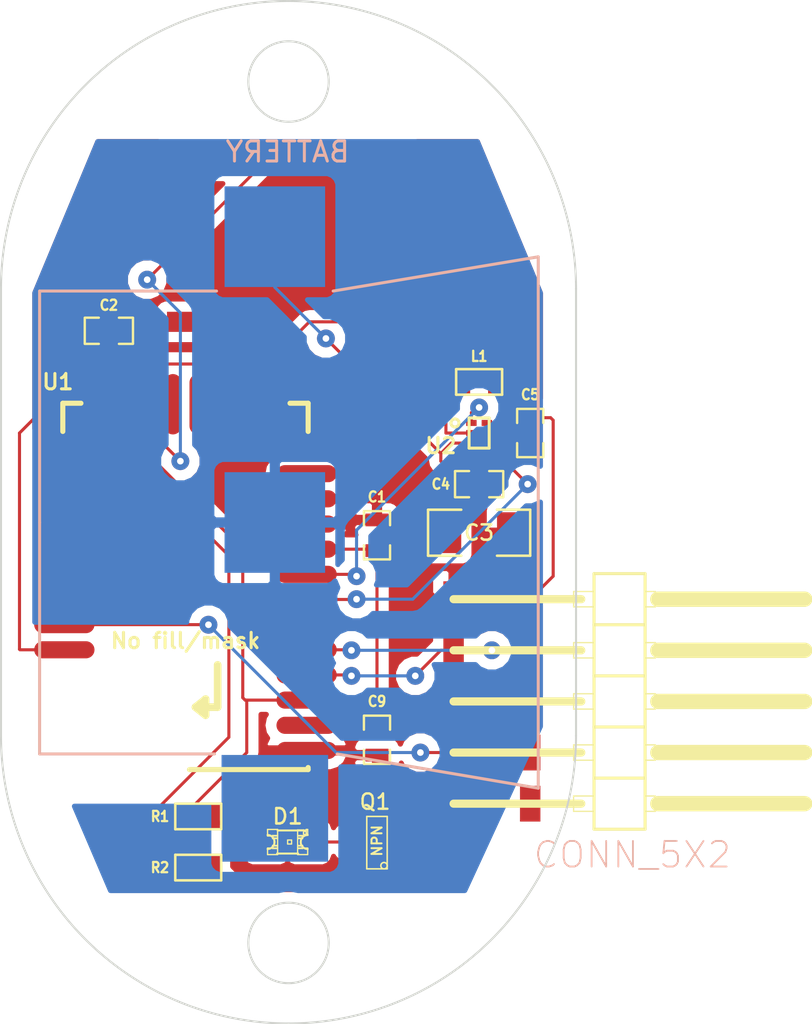
<source format=kicad_pcb>
(kicad_pcb (version 3) (host pcbnew "(2013-07-07 BZR 4022)-stable")

  (general
    (links 40)
    (no_connects 7)
    (area 131.744999 58.494999 172.300901 109.395001)
    (thickness 1.6)
    (drawings 8)
    (tracks 119)
    (zones 0)
    (modules 16)
    (nets 15)
  )

  (page A4)
  (title_block 
    (title "Phone Finder")
    (rev 0.1)
  )

  (layers
    (15 F.Cu signal)
    (0 B.Cu signal)
    (16 B.Adhes user)
    (17 F.Adhes user)
    (18 B.Paste user)
    (19 F.Paste user)
    (20 B.SilkS user)
    (21 F.SilkS user)
    (22 B.Mask user)
    (23 F.Mask user)
    (24 Dwgs.User user)
    (25 Cmts.User user)
    (26 Eco1.User user)
    (27 Eco2.User user)
    (28 Edge.Cuts user)
  )

  (setup
    (last_trace_width 0.1524)
    (trace_clearance 0.1524)
    (zone_clearance 0.508)
    (zone_45_only no)
    (trace_min 0.1524)
    (segment_width 0.2)
    (edge_width 0.1)
    (via_size 0.889)
    (via_drill 0.3302)
    (via_min_size 0.889)
    (via_min_drill 0.3302)
    (uvia_size 0.508)
    (uvia_drill 0.127)
    (uvias_allowed no)
    (uvia_min_size 0.508)
    (uvia_min_drill 0.127)
    (pcb_text_width 0.3)
    (pcb_text_size 1.5 1.5)
    (mod_edge_width 0.15)
    (mod_text_size 1 1)
    (mod_text_width 0.15)
    (pad_size 5 5)
    (pad_drill 0)
    (pad_to_mask_clearance 0)
    (aux_axis_origin 0 0)
    (visible_elements 7FFFFFFF)
    (pcbplotparams
      (layerselection 284196865)
      (usegerberextensions true)
      (excludeedgelayer true)
      (linewidth 0.150000)
      (plotframeref false)
      (viasonmask false)
      (mode 1)
      (useauxorigin false)
      (hpglpennumber 1)
      (hpglpenspeed 20)
      (hpglpendiameter 15)
      (hpglpenoverlay 2)
      (psnegative false)
      (psa4output false)
      (plotreference true)
      (plotvalue false)
      (plotothertext true)
      (plotinvisibletext false)
      (padsonsilk false)
      (subtractmaskfromsilk false)
      (outputformat 1)
      (mirror false)
      (drillshape 0)
      (scaleselection 1)
      (outputdirectory gerber/))
  )

  (net 0 "")
  (net 1 +BATT)
  (net 2 /DC)
  (net 3 /DD)
  (net 4 "/Power Supply/DCDC")
  (net 5 "/Power Supply/STAT")
  (net 6 /RESET_N)
  (net 7 "/User Input/STATUS_LED")
  (net 8 "/User Input/TOUCH_OUT")
  (net 9 GND)
  (net 10 N-0000032)
  (net 11 N-0000034)
  (net 12 N-0000035)
  (net 13 N-0000036)
  (net 14 VDD)

  (net_class Default "This is the default net class."
    (clearance 0.1524)
    (trace_width 0.1524)
    (via_dia 0.889)
    (via_drill 0.3302)
    (uvia_dia 0.508)
    (uvia_drill 0.127)
    (add_net "")
    (add_net +BATT)
    (add_net /DC)
    (add_net /DD)
    (add_net "/Power Supply/DCDC")
    (add_net "/Power Supply/STAT")
    (add_net /RESET_N)
    (add_net "/User Input/STATUS_LED")
    (add_net "/User Input/TOUCH_OUT")
    (add_net GND)
    (add_net N-0000032)
    (add_net N-0000034)
    (add_net N-0000035)
    (add_net N-0000036)
    (add_net VDD)
  )

  (net_class Power ""
    (clearance 0.1524)
    (trace_width 0.3048)
    (via_dia 0.889)
    (via_drill 0.3302)
    (uvia_dia 0.508)
    (uvia_drill 0.127)
  )

  (module SOT23 (layer F.Cu) (tedit 5051A6D7) (tstamp 5573AA00)
    (at 150.495 100.33 90)
    (tags SOT23)
    (path /556D2FFD/5573999B)
    (fp_text reference Q1 (at 1.99898 -0.09906 180) (layer F.SilkS)
      (effects (font (size 0.762 0.762) (thickness 0.11938)))
    )
    (fp_text value NPN (at 0.0635 0 90) (layer F.SilkS)
      (effects (font (size 0.50038 0.50038) (thickness 0.09906)))
    )
    (fp_circle (center -1.17602 0.35052) (end -1.30048 0.44958) (layer F.SilkS) (width 0.07874))
    (fp_line (start 1.27 -0.508) (end 1.27 0.508) (layer F.SilkS) (width 0.07874))
    (fp_line (start -1.3335 -0.508) (end -1.3335 0.508) (layer F.SilkS) (width 0.07874))
    (fp_line (start 1.27 0.508) (end -1.3335 0.508) (layer F.SilkS) (width 0.07874))
    (fp_line (start -1.3335 -0.508) (end 1.27 -0.508) (layer F.SilkS) (width 0.07874))
    (pad 3 smd rect (at 0 -1.09982 90) (size 0.8001 1.00076)
      (layers F.Cu F.Paste F.Mask)
      (net 12 N-0000035)
    )
    (pad 2 smd rect (at 0.9525 1.09982 90) (size 0.8001 1.00076)
      (layers F.Cu F.Paste F.Mask)
      (net 13 N-0000036)
    )
    (pad 1 smd rect (at -0.9525 1.09982 90) (size 0.8001 1.00076)
      (layers F.Cu F.Paste F.Mask)
      (net 9 GND)
    )
    (model smd\SOT23_3.wrl
      (at (xyz 0 0 0))
      (scale (xyz 0.4 0.4 0.4))
      (rotate (xyz 0 0 180))
    )
  )

  (module SON6 (layer F.Cu) (tedit 5573ABBE) (tstamp 5573A67D)
    (at 155.575 80.01)
    (path /556D2FFB/556D308F)
    (solder_mask_margin 0.0508)
    (solder_paste_margin -0.0254)
    (attr smd)
    (fp_text reference U2 (at -1.905 0.635) (layer F.SilkS)
      (effects (font (size 0.762 0.762) (thickness 0.1524)))
    )
    (fp_text value TPS62730 (at 0 -2.54) (layer F.SilkS) hide
      (effects (font (size 0.762 0.762) (thickness 0.1524)))
    )
    (fp_circle (center -1.2 -0.5) (end -1 -0.5) (layer F.SilkS) (width 0.15))
    (fp_line (start -0.5 0.75) (end 0.5 0.75) (layer F.SilkS) (width 0.15))
    (fp_line (start 0.5 0.75) (end 0.5 -0.75) (layer F.SilkS) (width 0.15))
    (fp_line (start 0.5 -0.75) (end -0.5 -0.75) (layer F.SilkS) (width 0.15))
    (fp_line (start -0.5 -0.75) (end -0.5 0.75) (layer F.SilkS) (width 0.15))
    (pad 1 smd rect (at -0.385 -0.5) (size 0.52 0.3)
      (layers F.Cu F.Paste F.Mask)
      (net 5 "/Power Supply/STAT")
    )
    (pad 2 smd rect (at -0.385 0) (size 0.52 0.3)
      (layers F.Cu F.Paste F.Mask)
      (net 10 N-0000032)
    )
    (pad 3 smd rect (at -0.385 0.5) (size 0.52 0.3)
      (layers F.Cu F.Paste F.Mask)
      (net 1 +BATT)
    )
    (pad 4 smd rect (at 0.385 0.5) (size 0.52 0.3)
      (layers F.Cu F.Paste F.Mask)
      (net 9 GND)
    )
    (pad 5 smd rect (at 0.385 0) (size 0.52 0.3)
      (layers F.Cu F.Paste F.Mask)
      (net 4 "/Power Supply/DCDC")
    )
    (pad 6 smd rect (at 0.385 -0.5) (size 0.52 0.3)
      (layers F.Cu F.Paste F.Mask)
      (net 14 VDD)
    )
  )

  (module SM0603_Capa (layer F.Cu) (tedit 5573AB73) (tstamp 5573A689)
    (at 150.495 85.09 90)
    (path /556D39EE)
    (attr smd)
    (fp_text reference C1 (at 1.905 0 180) (layer F.SilkS)
      (effects (font (size 0.508 0.4572) (thickness 0.1143)))
    )
    (fp_text value 1uF (at -1.651 0 180) (layer F.SilkS) hide
      (effects (font (size 0.508 0.4572) (thickness 0.1143)))
    )
    (fp_line (start 0.50038 0.65024) (end 1.19888 0.65024) (layer F.SilkS) (width 0.11938))
    (fp_line (start -0.50038 0.65024) (end -1.19888 0.65024) (layer F.SilkS) (width 0.11938))
    (fp_line (start 0.50038 -0.65024) (end 1.19888 -0.65024) (layer F.SilkS) (width 0.11938))
    (fp_line (start -1.19888 -0.65024) (end -0.50038 -0.65024) (layer F.SilkS) (width 0.11938))
    (fp_line (start 1.19888 -0.635) (end 1.19888 0.635) (layer F.SilkS) (width 0.11938))
    (fp_line (start -1.19888 0.635) (end -1.19888 -0.635) (layer F.SilkS) (width 0.11938))
    (pad 1 smd rect (at -0.762 0 90) (size 0.635 1.143)
      (layers F.Cu F.Paste F.Mask)
      (net 14 VDD)
    )
    (pad 2 smd rect (at 0.762 0 90) (size 0.635 1.143)
      (layers F.Cu F.Paste F.Mask)
      (net 9 GND)
    )
    (model smd\capacitors\C0603.wrl
      (at (xyz 0 0 0.001))
      (scale (xyz 0.5 0.5 0.5))
      (rotate (xyz 0 0 0))
    )
  )

  (module SM0603_Capa (layer F.Cu) (tedit 5573AB7C) (tstamp 5573A695)
    (at 137.16 74.93 180)
    (path /556D3A7A)
    (attr smd)
    (fp_text reference C2 (at 0 1.27 180) (layer F.SilkS)
      (effects (font (size 0.508 0.4572) (thickness 0.1143)))
    )
    (fp_text value 1uF (at -1.651 0 270) (layer F.SilkS) hide
      (effects (font (size 0.508 0.4572) (thickness 0.1143)))
    )
    (fp_line (start 0.50038 0.65024) (end 1.19888 0.65024) (layer F.SilkS) (width 0.11938))
    (fp_line (start -0.50038 0.65024) (end -1.19888 0.65024) (layer F.SilkS) (width 0.11938))
    (fp_line (start 0.50038 -0.65024) (end 1.19888 -0.65024) (layer F.SilkS) (width 0.11938))
    (fp_line (start -1.19888 -0.65024) (end -0.50038 -0.65024) (layer F.SilkS) (width 0.11938))
    (fp_line (start 1.19888 -0.635) (end 1.19888 0.635) (layer F.SilkS) (width 0.11938))
    (fp_line (start -1.19888 0.635) (end -1.19888 -0.635) (layer F.SilkS) (width 0.11938))
    (pad 1 smd rect (at -0.762 0 180) (size 0.635 1.143)
      (layers F.Cu F.Paste F.Mask)
      (net 14 VDD)
    )
    (pad 2 smd rect (at 0.762 0 180) (size 0.635 1.143)
      (layers F.Cu F.Paste F.Mask)
      (net 9 GND)
    )
    (model smd\capacitors\C0603.wrl
      (at (xyz 0 0 0.001))
      (scale (xyz 0.5 0.5 0.5))
      (rotate (xyz 0 0 0))
    )
  )

  (module SM0603_Capa (layer F.Cu) (tedit 5573AB69) (tstamp 5573A6A1)
    (at 150.495 95.25 270)
    (path /556FEE6E)
    (attr smd)
    (fp_text reference C9 (at -1.905 0 360) (layer F.SilkS)
      (effects (font (size 0.508 0.4572) (thickness 0.1143)))
    )
    (fp_text value 1uF (at -1.651 0 360) (layer F.SilkS) hide
      (effects (font (size 0.508 0.4572) (thickness 0.1143)))
    )
    (fp_line (start 0.50038 0.65024) (end 1.19888 0.65024) (layer F.SilkS) (width 0.11938))
    (fp_line (start -0.50038 0.65024) (end -1.19888 0.65024) (layer F.SilkS) (width 0.11938))
    (fp_line (start 0.50038 -0.65024) (end 1.19888 -0.65024) (layer F.SilkS) (width 0.11938))
    (fp_line (start -1.19888 -0.65024) (end -0.50038 -0.65024) (layer F.SilkS) (width 0.11938))
    (fp_line (start 1.19888 -0.635) (end 1.19888 0.635) (layer F.SilkS) (width 0.11938))
    (fp_line (start -1.19888 0.635) (end -1.19888 -0.635) (layer F.SilkS) (width 0.11938))
    (pad 1 smd rect (at -0.762 0 270) (size 0.635 1.143)
      (layers F.Cu F.Paste F.Mask)
      (net 14 VDD)
    )
    (pad 2 smd rect (at 0.762 0 270) (size 0.635 1.143)
      (layers F.Cu F.Paste F.Mask)
      (net 9 GND)
    )
    (model smd\capacitors\C0603.wrl
      (at (xyz 0 0 0.001))
      (scale (xyz 0.5 0.5 0.5))
      (rotate (xyz 0 0 0))
    )
  )

  (module SM0603_Capa (layer F.Cu) (tedit 5573AB8A) (tstamp 5573A6AD)
    (at 158.115 80.01 270)
    (path /556D2FFB/556D318A)
    (attr smd)
    (fp_text reference C5 (at -1.905 0 360) (layer F.SilkS)
      (effects (font (size 0.508 0.4572) (thickness 0.1143)))
    )
    (fp_text value 2.2uF (at -1.651 0 360) (layer F.SilkS) hide
      (effects (font (size 0.508 0.4572) (thickness 0.1143)))
    )
    (fp_line (start 0.50038 0.65024) (end 1.19888 0.65024) (layer F.SilkS) (width 0.11938))
    (fp_line (start -0.50038 0.65024) (end -1.19888 0.65024) (layer F.SilkS) (width 0.11938))
    (fp_line (start 0.50038 -0.65024) (end 1.19888 -0.65024) (layer F.SilkS) (width 0.11938))
    (fp_line (start -1.19888 -0.65024) (end -0.50038 -0.65024) (layer F.SilkS) (width 0.11938))
    (fp_line (start 1.19888 -0.635) (end 1.19888 0.635) (layer F.SilkS) (width 0.11938))
    (fp_line (start -1.19888 0.635) (end -1.19888 -0.635) (layer F.SilkS) (width 0.11938))
    (pad 1 smd rect (at -0.762 0 270) (size 0.635 1.143)
      (layers F.Cu F.Paste F.Mask)
      (net 14 VDD)
    )
    (pad 2 smd rect (at 0.762 0 270) (size 0.635 1.143)
      (layers F.Cu F.Paste F.Mask)
      (net 9 GND)
    )
    (model smd\capacitors\C0603.wrl
      (at (xyz 0 0 0.001))
      (scale (xyz 0.5 0.5 0.5))
      (rotate (xyz 0 0 0))
    )
  )

  (module SM0603_Capa (layer F.Cu) (tedit 5573ABB6) (tstamp 5573A6C5)
    (at 155.575 82.55)
    (path /556D2FFB/556D40E4)
    (attr smd)
    (fp_text reference C4 (at -1.905 0) (layer F.SilkS)
      (effects (font (size 0.508 0.4572) (thickness 0.1143)))
    )
    (fp_text value 2.2uF (at -1.651 0 90) (layer F.SilkS) hide
      (effects (font (size 0.508 0.4572) (thickness 0.1143)))
    )
    (fp_line (start 0.50038 0.65024) (end 1.19888 0.65024) (layer F.SilkS) (width 0.11938))
    (fp_line (start -0.50038 0.65024) (end -1.19888 0.65024) (layer F.SilkS) (width 0.11938))
    (fp_line (start 0.50038 -0.65024) (end 1.19888 -0.65024) (layer F.SilkS) (width 0.11938))
    (fp_line (start -1.19888 -0.65024) (end -0.50038 -0.65024) (layer F.SilkS) (width 0.11938))
    (fp_line (start 1.19888 -0.635) (end 1.19888 0.635) (layer F.SilkS) (width 0.11938))
    (fp_line (start -1.19888 0.635) (end -1.19888 -0.635) (layer F.SilkS) (width 0.11938))
    (pad 1 smd rect (at -0.762 0) (size 0.635 1.143)
      (layers F.Cu F.Paste F.Mask)
      (net 1 +BATT)
    )
    (pad 2 smd rect (at 0.762 0) (size 0.635 1.143)
      (layers F.Cu F.Paste F.Mask)
      (net 9 GND)
    )
    (model smd\capacitors\C0603.wrl
      (at (xyz 0 0 0.001))
      (scale (xyz 0.5 0.5 0.5))
      (rotate (xyz 0 0 0))
    )
  )

  (module SM0603 (layer F.Cu) (tedit 5573AB8F) (tstamp 5573A6CF)
    (at 155.575 77.47 180)
    (path /556D2FFB/556D316F)
    (attr smd)
    (fp_text reference L1 (at 0 1.27 180) (layer F.SilkS)
      (effects (font (size 0.508 0.4572) (thickness 0.1143)))
    )
    (fp_text value 2.2uH (at 0 0 180) (layer F.SilkS) hide
      (effects (font (size 0.508 0.4572) (thickness 0.1143)))
    )
    (fp_line (start -1.143 -0.635) (end 1.143 -0.635) (layer F.SilkS) (width 0.127))
    (fp_line (start 1.143 -0.635) (end 1.143 0.635) (layer F.SilkS) (width 0.127))
    (fp_line (start 1.143 0.635) (end -1.143 0.635) (layer F.SilkS) (width 0.127))
    (fp_line (start -1.143 0.635) (end -1.143 -0.635) (layer F.SilkS) (width 0.127))
    (pad 1 smd rect (at -0.762 0 180) (size 0.635 1.143)
      (layers F.Cu F.Paste F.Mask)
      (net 14 VDD)
    )
    (pad 2 smd rect (at 0.762 0 180) (size 0.635 1.143)
      (layers F.Cu F.Paste F.Mask)
      (net 10 N-0000032)
    )
    (model smd\resistors\R0603.wrl
      (at (xyz 0 0 0.001))
      (scale (xyz 0.5 0.5 0.5))
      (rotate (xyz 0 0 0))
    )
  )

  (module pinhead-1-2X05SMD/90 (layer F.Cu) (tedit 5573BBD2) (tstamp 5573A72B)
    (at 163.195 89.535 270)
    (descr "PIN HEADER - 2.54 90°")
    (tags "PIN HEADER - 2.54 90°")
    (path /556D3E22)
    (attr smd)
    (fp_text reference P1 (at -3.81 0.635 360) (layer B.SilkS) hide
      (effects (font (size 1.27 1.27) (thickness 0.0889)))
    )
    (fp_text value CONN_5X2 (at 11.43 0 360) (layer B.SilkS)
      (effects (font (size 1.27 1.27) (thickness 0.0889)))
    )
    (fp_line (start -1.651 -0.635) (end -0.889 -0.635) (layer F.SilkS) (width 0.06604))
    (fp_line (start -0.889 -0.635) (end -0.889 -1.143) (layer F.SilkS) (width 0.06604))
    (fp_line (start -1.651 -1.143) (end -0.889 -1.143) (layer F.SilkS) (width 0.06604))
    (fp_line (start -1.651 -0.635) (end -1.651 -1.143) (layer F.SilkS) (width 0.06604))
    (fp_line (start -1.651 2.921) (end -0.889 2.921) (layer F.SilkS) (width 0.06604))
    (fp_line (start -0.889 2.921) (end -0.889 1.905) (layer F.SilkS) (width 0.06604))
    (fp_line (start -1.651 1.905) (end -0.889 1.905) (layer F.SilkS) (width 0.06604))
    (fp_line (start -1.651 2.921) (end -1.651 1.905) (layer F.SilkS) (width 0.06604))
    (fp_line (start 0.889 -0.635) (end 1.651 -0.635) (layer F.SilkS) (width 0.06604))
    (fp_line (start 1.651 -0.635) (end 1.651 -1.143) (layer F.SilkS) (width 0.06604))
    (fp_line (start 0.889 -1.143) (end 1.651 -1.143) (layer F.SilkS) (width 0.06604))
    (fp_line (start 0.889 -0.635) (end 0.889 -1.143) (layer F.SilkS) (width 0.06604))
    (fp_line (start 0.889 2.921) (end 1.651 2.921) (layer F.SilkS) (width 0.06604))
    (fp_line (start 1.651 2.921) (end 1.651 1.905) (layer F.SilkS) (width 0.06604))
    (fp_line (start 0.889 1.905) (end 1.651 1.905) (layer F.SilkS) (width 0.06604))
    (fp_line (start 0.889 2.921) (end 0.889 1.905) (layer F.SilkS) (width 0.06604))
    (fp_line (start 3.429 -0.635) (end 4.191 -0.635) (layer F.SilkS) (width 0.06604))
    (fp_line (start 4.191 -0.635) (end 4.191 -1.143) (layer F.SilkS) (width 0.06604))
    (fp_line (start 3.429 -1.143) (end 4.191 -1.143) (layer F.SilkS) (width 0.06604))
    (fp_line (start 3.429 -0.635) (end 3.429 -1.143) (layer F.SilkS) (width 0.06604))
    (fp_line (start 3.429 2.921) (end 4.191 2.921) (layer F.SilkS) (width 0.06604))
    (fp_line (start 4.191 2.921) (end 4.191 1.905) (layer F.SilkS) (width 0.06604))
    (fp_line (start 3.429 1.905) (end 4.191 1.905) (layer F.SilkS) (width 0.06604))
    (fp_line (start 3.429 2.921) (end 3.429 1.905) (layer F.SilkS) (width 0.06604))
    (fp_line (start 5.969 -0.635) (end 6.731 -0.635) (layer F.SilkS) (width 0.06604))
    (fp_line (start 6.731 -0.635) (end 6.731 -1.143) (layer F.SilkS) (width 0.06604))
    (fp_line (start 5.969 -1.143) (end 6.731 -1.143) (layer F.SilkS) (width 0.06604))
    (fp_line (start 5.969 -0.635) (end 5.969 -1.143) (layer F.SilkS) (width 0.06604))
    (fp_line (start 5.969 2.921) (end 6.731 2.921) (layer F.SilkS) (width 0.06604))
    (fp_line (start 6.731 2.921) (end 6.731 1.905) (layer F.SilkS) (width 0.06604))
    (fp_line (start 5.969 1.905) (end 6.731 1.905) (layer F.SilkS) (width 0.06604))
    (fp_line (start 5.969 2.921) (end 5.969 1.905) (layer F.SilkS) (width 0.06604))
    (fp_line (start 8.509 2.921) (end 9.271 2.921) (layer F.SilkS) (width 0.06604))
    (fp_line (start 9.271 2.921) (end 9.271 1.905) (layer F.SilkS) (width 0.06604))
    (fp_line (start 8.509 1.905) (end 9.271 1.905) (layer F.SilkS) (width 0.06604))
    (fp_line (start 8.509 2.921) (end 8.509 1.905) (layer F.SilkS) (width 0.06604))
    (fp_line (start 8.509 -0.635) (end 9.271 -0.635) (layer F.SilkS) (width 0.06604))
    (fp_line (start 9.271 -0.635) (end 9.271 -1.143) (layer F.SilkS) (width 0.06604))
    (fp_line (start 8.509 -1.143) (end 9.271 -1.143) (layer F.SilkS) (width 0.06604))
    (fp_line (start 8.509 -0.635) (end 8.509 -1.143) (layer F.SilkS) (width 0.06604))
    (fp_line (start -2.54 1.905) (end 0 1.905) (layer F.SilkS) (width 0.1524))
    (fp_line (start 0 1.905) (end 0 -0.635) (layer F.SilkS) (width 0.1524))
    (fp_line (start 0 -0.635) (end -2.54 -0.635) (layer F.SilkS) (width 0.1524))
    (fp_line (start -2.54 -0.635) (end -2.54 1.905) (layer F.SilkS) (width 0.1524))
    (fp_line (start -1.27 -8.5725) (end -1.27 -1.27) (layer F.SilkS) (width 0.762))
    (fp_line (start -1.27 2.54) (end -1.27 8.89) (layer F.SilkS) (width 0.4064))
    (fp_line (start 1.27 -8.5725) (end 1.27 -1.27) (layer F.SilkS) (width 0.762))
    (fp_line (start 2.54 -0.635) (end 0 -0.635) (layer F.SilkS) (width 0.1524))
    (fp_line (start 2.54 1.905) (end 2.54 -0.635) (layer F.SilkS) (width 0.1524))
    (fp_line (start 0 1.905) (end 2.54 1.905) (layer F.SilkS) (width 0.1524))
    (fp_line (start 1.27 2.54) (end 1.27 8.89) (layer F.SilkS) (width 0.4064))
    (fp_line (start 3.81 -8.5725) (end 3.81 -1.27) (layer F.SilkS) (width 0.762))
    (fp_line (start 5.08 -0.635) (end 2.54 -0.635) (layer F.SilkS) (width 0.1524))
    (fp_line (start 5.08 1.905) (end 5.08 -0.635) (layer F.SilkS) (width 0.1524))
    (fp_line (start 2.54 1.905) (end 5.08 1.905) (layer F.SilkS) (width 0.1524))
    (fp_line (start 3.81 2.54) (end 3.81 8.89) (layer F.SilkS) (width 0.4064))
    (fp_line (start 6.35 -8.5725) (end 6.35 -1.27) (layer F.SilkS) (width 0.762))
    (fp_line (start 7.62 -0.635) (end 5.08 -0.635) (layer F.SilkS) (width 0.1524))
    (fp_line (start 7.62 1.905) (end 7.62 -0.635) (layer F.SilkS) (width 0.1524))
    (fp_line (start 5.08 1.905) (end 7.62 1.905) (layer F.SilkS) (width 0.1524))
    (fp_line (start 6.35 2.54) (end 6.35 8.89) (layer F.SilkS) (width 0.4064))
    (fp_line (start 8.89 2.54) (end 8.89 8.89) (layer F.SilkS) (width 0.4064))
    (fp_line (start 7.62 1.905) (end 10.16 1.905) (layer F.SilkS) (width 0.1524))
    (fp_line (start 10.16 1.905) (end 10.16 -0.635) (layer F.SilkS) (width 0.1524))
    (fp_line (start 10.16 -0.635) (end 7.62 -0.635) (layer F.SilkS) (width 0.1524))
    (fp_line (start 8.89 -8.5725) (end 8.89 -1.27) (layer F.SilkS) (width 0.762))
    (pad 1 smd rect (at -1.27 8.89 270) (size 1.778 1.016)
      (layers F.Cu F.Paste F.Mask)
      (net 9 GND)
    )
    (pad 2 smd rect (at -1.27 5.08 270) (size 1.778 1.016)
      (layers F.Cu F.Paste F.Mask)
      (net 14 VDD)
    )
    (pad 3 smd rect (at 1.27 8.89 270) (size 1.778 1.016)
      (layers F.Cu F.Paste F.Mask)
      (net 2 /DC)
    )
    (pad 4 smd rect (at 1.27 5.08 270) (size 1.778 1.016)
      (layers F.Cu F.Paste F.Mask)
      (net 3 /DD)
    )
    (pad 5 smd rect (at 3.81 8.89 270) (size 1.778 1.016)
      (layers F.Cu F.Paste F.Mask)
    )
    (pad 6 smd rect (at 3.81 5.08 270) (size 1.778 1.016)
      (layers F.Cu F.Paste F.Mask)
    )
    (pad 7 smd rect (at 6.35 8.89 270) (size 1.778 1.016)
      (layers F.Cu F.Paste F.Mask)
      (net 6 /RESET_N)
    )
    (pad 8 smd rect (at 6.35 5.08 270) (size 1.778 1.016)
      (layers F.Cu F.Paste F.Mask)
    )
    (pad 9 smd rect (at 8.89 8.89 270) (size 1.778 1.016)
      (layers F.Cu F.Paste F.Mask)
    )
    (pad 10 smd rect (at 8.89 5.08 270) (size 1.778 1.016)
      (layers F.Cu F.Paste F.Mask)
    )
  )

  (module LED-0805 (layer F.Cu) (tedit 5573AAC1) (tstamp 5573A766)
    (at 146.05 100.33)
    (descr "LED 0805 smd package")
    (tags "LED 0805 SMD")
    (path /556D2FFD/55739A1C)
    (attr smd)
    (fp_text reference D1 (at 0 -1.27) (layer F.SilkS)
      (effects (font (size 0.762 0.762) (thickness 0.127)))
    )
    (fp_text value LED (at 0 1.27) (layer F.SilkS) hide
      (effects (font (size 0.762 0.762) (thickness 0.127)))
    )
    (fp_line (start 0.49784 0.29972) (end 0.49784 0.62484) (layer F.SilkS) (width 0.06604))
    (fp_line (start 0.49784 0.62484) (end 0.99822 0.62484) (layer F.SilkS) (width 0.06604))
    (fp_line (start 0.99822 0.29972) (end 0.99822 0.62484) (layer F.SilkS) (width 0.06604))
    (fp_line (start 0.49784 0.29972) (end 0.99822 0.29972) (layer F.SilkS) (width 0.06604))
    (fp_line (start 0.49784 -0.32258) (end 0.49784 -0.17272) (layer F.SilkS) (width 0.06604))
    (fp_line (start 0.49784 -0.17272) (end 0.7493 -0.17272) (layer F.SilkS) (width 0.06604))
    (fp_line (start 0.7493 -0.32258) (end 0.7493 -0.17272) (layer F.SilkS) (width 0.06604))
    (fp_line (start 0.49784 -0.32258) (end 0.7493 -0.32258) (layer F.SilkS) (width 0.06604))
    (fp_line (start 0.49784 0.17272) (end 0.49784 0.32258) (layer F.SilkS) (width 0.06604))
    (fp_line (start 0.49784 0.32258) (end 0.7493 0.32258) (layer F.SilkS) (width 0.06604))
    (fp_line (start 0.7493 0.17272) (end 0.7493 0.32258) (layer F.SilkS) (width 0.06604))
    (fp_line (start 0.49784 0.17272) (end 0.7493 0.17272) (layer F.SilkS) (width 0.06604))
    (fp_line (start 0.49784 -0.19812) (end 0.49784 0.19812) (layer F.SilkS) (width 0.06604))
    (fp_line (start 0.49784 0.19812) (end 0.6731 0.19812) (layer F.SilkS) (width 0.06604))
    (fp_line (start 0.6731 -0.19812) (end 0.6731 0.19812) (layer F.SilkS) (width 0.06604))
    (fp_line (start 0.49784 -0.19812) (end 0.6731 -0.19812) (layer F.SilkS) (width 0.06604))
    (fp_line (start -0.99822 0.29972) (end -0.99822 0.62484) (layer F.SilkS) (width 0.06604))
    (fp_line (start -0.99822 0.62484) (end -0.49784 0.62484) (layer F.SilkS) (width 0.06604))
    (fp_line (start -0.49784 0.29972) (end -0.49784 0.62484) (layer F.SilkS) (width 0.06604))
    (fp_line (start -0.99822 0.29972) (end -0.49784 0.29972) (layer F.SilkS) (width 0.06604))
    (fp_line (start -0.99822 -0.62484) (end -0.99822 -0.29972) (layer F.SilkS) (width 0.06604))
    (fp_line (start -0.99822 -0.29972) (end -0.49784 -0.29972) (layer F.SilkS) (width 0.06604))
    (fp_line (start -0.49784 -0.62484) (end -0.49784 -0.29972) (layer F.SilkS) (width 0.06604))
    (fp_line (start -0.99822 -0.62484) (end -0.49784 -0.62484) (layer F.SilkS) (width 0.06604))
    (fp_line (start -0.7493 0.17272) (end -0.7493 0.32258) (layer F.SilkS) (width 0.06604))
    (fp_line (start -0.7493 0.32258) (end -0.49784 0.32258) (layer F.SilkS) (width 0.06604))
    (fp_line (start -0.49784 0.17272) (end -0.49784 0.32258) (layer F.SilkS) (width 0.06604))
    (fp_line (start -0.7493 0.17272) (end -0.49784 0.17272) (layer F.SilkS) (width 0.06604))
    (fp_line (start -0.7493 -0.32258) (end -0.7493 -0.17272) (layer F.SilkS) (width 0.06604))
    (fp_line (start -0.7493 -0.17272) (end -0.49784 -0.17272) (layer F.SilkS) (width 0.06604))
    (fp_line (start -0.49784 -0.32258) (end -0.49784 -0.17272) (layer F.SilkS) (width 0.06604))
    (fp_line (start -0.7493 -0.32258) (end -0.49784 -0.32258) (layer F.SilkS) (width 0.06604))
    (fp_line (start -0.6731 -0.19812) (end -0.6731 0.19812) (layer F.SilkS) (width 0.06604))
    (fp_line (start -0.6731 0.19812) (end -0.49784 0.19812) (layer F.SilkS) (width 0.06604))
    (fp_line (start -0.49784 -0.19812) (end -0.49784 0.19812) (layer F.SilkS) (width 0.06604))
    (fp_line (start -0.6731 -0.19812) (end -0.49784 -0.19812) (layer F.SilkS) (width 0.06604))
    (fp_line (start 0 -0.09906) (end 0 0.09906) (layer F.SilkS) (width 0.06604))
    (fp_line (start 0 0.09906) (end 0.19812 0.09906) (layer F.SilkS) (width 0.06604))
    (fp_line (start 0.19812 -0.09906) (end 0.19812 0.09906) (layer F.SilkS) (width 0.06604))
    (fp_line (start 0 -0.09906) (end 0.19812 -0.09906) (layer F.SilkS) (width 0.06604))
    (fp_line (start 0.49784 -0.59944) (end 0.49784 -0.29972) (layer F.SilkS) (width 0.06604))
    (fp_line (start 0.49784 -0.29972) (end 0.79756 -0.29972) (layer F.SilkS) (width 0.06604))
    (fp_line (start 0.79756 -0.59944) (end 0.79756 -0.29972) (layer F.SilkS) (width 0.06604))
    (fp_line (start 0.49784 -0.59944) (end 0.79756 -0.59944) (layer F.SilkS) (width 0.06604))
    (fp_line (start 0.92456 -0.62484) (end 0.92456 -0.39878) (layer F.SilkS) (width 0.06604))
    (fp_line (start 0.92456 -0.39878) (end 0.99822 -0.39878) (layer F.SilkS) (width 0.06604))
    (fp_line (start 0.99822 -0.62484) (end 0.99822 -0.39878) (layer F.SilkS) (width 0.06604))
    (fp_line (start 0.92456 -0.62484) (end 0.99822 -0.62484) (layer F.SilkS) (width 0.06604))
    (fp_line (start 0.52324 0.57404) (end -0.52324 0.57404) (layer F.SilkS) (width 0.1016))
    (fp_line (start -0.49784 -0.57404) (end 0.92456 -0.57404) (layer F.SilkS) (width 0.1016))
    (fp_circle (center 0.84836 -0.44958) (end 0.89916 -0.50038) (layer F.SilkS) (width 0.0508))
    (fp_arc (start 0.99822 0) (end 0.99822 0.34798) (angle 180) (layer F.SilkS) (width 0.1016))
    (fp_arc (start -0.99822 0) (end -0.99822 -0.34798) (angle 180) (layer F.SilkS) (width 0.1016))
    (pad 1 smd rect (at -1.04902 0) (size 1.19888 1.19888)
      (layers F.Cu F.Paste F.Mask)
      (net 11 N-0000034)
    )
    (pad 2 smd rect (at 1.04902 0) (size 1.19888 1.19888)
      (layers F.Cu F.Paste F.Mask)
      (net 12 N-0000035)
    )
  )

  (module KSC_GULLWING (layer F.Cu) (tedit 5573ABD7) (tstamp 5573A76E)
    (at 146.05 70.485 180)
    (path /556D2FFD/55736C53)
    (fp_text reference SW1 (at 0 0 180) (layer F.SilkS) hide
      (effects (font (size 1 1) (thickness 0.15)))
    )
    (fp_text value SPST (at 0 1.905 180) (layer F.SilkS) hide
      (effects (font (size 1 1) (thickness 0.15)))
    )
    (pad 1 smd rect (at -4.45 -4 180) (size 3.1 1)
      (layers F.Cu F.Paste F.Mask)
      (net 14 VDD)
    )
    (pad 2 smd rect (at -4.45 4 180) (size 3.1 1)
      (layers F.Cu F.Paste F.Mask)
      (net 8 "/User Input/TOUCH_OUT")
    )
    (pad 3 smd rect (at 4.45 -4 180) (size 3.1 1)
      (layers F.Cu F.Paste F.Mask)
    )
    (pad 4 smd rect (at 4.45 4 180) (size 3.1 1)
      (layers F.Cu F.Paste F.Mask)
    )
  )

  (module BLE112-A (layer F.Cu) (tedit 5573BBB6) (tstamp 5573A79E)
    (at 140.97 87.63 180)
    (path /556D11A0)
    (solder_paste_margin -0.0762)
    (attr smd)
    (fp_text reference U1 (at 6.35 10.16 180) (layer F.SilkS)
      (effects (font (size 0.762 0.762) (thickness 0.1524)))
    )
    (fp_text value BLE112 (at 0 0 180) (layer F.SilkS) hide
      (effects (font (size 0.762 0.762) (thickness 0.1524)))
    )
    (fp_line (start -1 -5.7) (end -1 -5.6) (layer F.SilkS) (width 0.381))
    (fp_line (start -1 -5.6) (end -0.5 -6) (layer F.SilkS) (width 0.381))
    (fp_line (start -1 -6.4) (end -1 -5.7) (layer F.SilkS) (width 0.381))
    (fp_line (start -1.6 -3.9) (end -1.6 -6) (layer F.SilkS) (width 0.381))
    (fp_line (start -1.6 -6) (end -0.5 -6) (layer F.SilkS) (width 0.381))
    (fp_line (start -0.5 -6) (end -1 -6.4) (layer F.SilkS) (width 0.381))
    (fp_line (start -6.10108 -8.99922) (end -6.10108 -9.10082) (layer F.SilkS) (width 0.254))
    (fp_line (start -6.10108 -9.10082) (end -0.20066 -9.10082) (layer F.SilkS) (width 0.254))
    (fp_text user "No fill/mask" (at 0 -2.7 180) (layer F.SilkS)
      (effects (font (size 0.762 0.762) (thickness 0.1524)))
    )
    (fp_line (start -6.10108 9.10082) (end -5.19938 9.10082) (layer F.SilkS) (width 0.254))
    (fp_line (start -6.10108 9.10082) (end -6.10108 7.69874) (layer F.SilkS) (width 0.254))
    (fp_line (start 6.10108 9.10082) (end 6.10108 7.69874) (layer F.SilkS) (width 0.254))
    (fp_line (start 6.10108 9.10082) (end 5.19938 9.10082) (layer F.SilkS) (width 0.254))
    (pad 1 smd oval (at -6.02488 -8.15086 180) (size 2.99974 0.8509)
      (layers F.Cu F.Paste F.Mask)
      (net 9 GND)
    )
    (pad 2 smd oval (at -6.02488 -6.90118 180) (size 2.99974 0.8509)
      (layers F.Cu F.Paste F.Mask)
      (net 14 VDD)
    )
    (pad 3 smd oval (at -6.02488 -5.64896 180) (size 2.99974 0.8509)
      (layers F.Cu F.Paste F.Mask)
      (net 14 VDD)
    )
    (pad 4 smd oval (at -6.02488 -4.39928 180) (size 2.99974 0.8509)
      (layers F.Cu F.Paste F.Mask)
      (net 2 /DC)
    )
    (pad 5 smd oval (at -6.02488 -3.1496 180) (size 2.99974 0.8509)
      (layers F.Cu F.Paste F.Mask)
      (net 3 /DD)
    )
    (pad 6 smd oval (at -6.02488 -1.89992 180) (size 2.99974 0.8509)
      (layers F.Cu F.Paste F.Mask)
    )
    (pad 7 smd oval (at -6.02488 -0.65024 180) (size 2.99974 0.8509)
      (layers F.Cu F.Paste F.Mask)
      (net 4 "/Power Supply/DCDC")
    )
    (pad 8 smd oval (at -6.02488 0.59944 180) (size 2.99974 0.8509)
      (layers F.Cu F.Paste F.Mask)
      (net 5 "/Power Supply/STAT")
    )
    (pad 9 smd oval (at -6.02488 1.84912 180) (size 2.99974 0.8509)
      (layers F.Cu F.Paste F.Mask)
      (net 14 VDD)
    )
    (pad 10 smd oval (at -6.02488 3.0988 180) (size 2.99974 0.8509)
      (layers F.Cu F.Paste F.Mask)
      (net 9 GND)
    )
    (pad 11 smd oval (at -6.02488 4.35102 180) (size 2.99974 0.8509)
      (layers F.Cu F.Paste F.Mask)
    )
    (pad 12 smd oval (at -6.02488 5.6007 180) (size 2.99974 0.8509)
      (layers F.Cu F.Paste F.Mask)
    )
    (pad 13 smd oval (at -6.02488 6.85038 180) (size 2.99974 0.8509)
      (layers F.Cu F.Paste F.Mask)
    )
    (pad 14 smd oval (at -4.37388 9.05002 270) (size 2.99974 0.8509)
      (layers F.Cu F.Paste F.Mask)
    )
    (pad 15 smd oval (at -3.1242 9.05002 270) (size 2.99974 0.8509)
      (layers F.Cu F.Paste F.Mask)
    )
    (pad 16 smd oval (at -1.87452 9.05002 270) (size 2.99974 0.8509)
      (layers F.Cu F.Paste F.Mask)
    )
    (pad 17 smd oval (at -0.62484 9.05002 270) (size 2.99974 0.8509)
      (layers F.Cu F.Paste F.Mask)
    )
    (pad 18 smd oval (at 0.62484 9.05002 270) (size 2.99974 0.8509)
      (layers F.Cu F.Paste F.Mask)
    )
    (pad 19 smd oval (at 1.87452 9.05002 270) (size 2.99974 0.8509)
      (layers F.Cu F.Paste F.Mask)
      (net 8 "/User Input/TOUCH_OUT")
    )
    (pad 20 smd oval (at 3.1242 9.05002 270) (size 2.99974 0.8509)
      (layers F.Cu F.Paste F.Mask)
      (net 14 VDD)
    )
    (pad 21 smd oval (at 4.37388 9.05002 270) (size 2.99974 0.8509)
      (layers F.Cu F.Paste F.Mask)
      (net 9 GND)
    )
    (pad 22 smd oval (at 6.02488 6.85038 180) (size 2.99974 0.8509)
      (layers F.Cu F.Paste F.Mask)
      (net 7 "/User Input/STATUS_LED")
    )
    (pad 23 smd oval (at 6.02488 5.6007 180) (size 2.99974 0.8509)
      (layers F.Cu F.Paste F.Mask)
    )
    (pad 24 smd oval (at 6.02488 4.35102 180) (size 2.99974 0.8509)
      (layers F.Cu F.Paste F.Mask)
    )
    (pad 25 smd oval (at 6.02488 3.0988 180) (size 2.99974 0.8509)
      (layers F.Cu F.Paste F.Mask)
    )
    (pad 26 smd oval (at 6.02488 1.84912 180) (size 2.99974 0.8509)
      (layers F.Cu F.Paste F.Mask)
    )
    (pad 27 smd oval (at 6.02488 0.59944 180) (size 2.99974 0.8509)
      (layers F.Cu F.Paste F.Mask)
    )
    (pad 28 smd oval (at 6.02488 -0.65024 180) (size 2.99974 0.8509)
      (layers F.Cu F.Paste F.Mask)
    )
    (pad 29 smd oval (at 6.02488 -1.89992 180) (size 2.99974 0.8509)
      (layers F.Cu F.Paste F.Mask)
      (net 6 /RESET_N)
    )
    (pad 30 smd oval (at 6.02488 -3.1496 180) (size 2.99974 0.8509)
      (layers F.Cu F.Paste F.Mask)
      (net 9 GND)
    )
    (pad "" smd rect (at 4.0005 -6.35 180) (size 8.001 5.4991)
      (layers *.Mask)
    )
  )

  (module BHX1-2032-SM (layer B.Cu) (tedit 5573BCA6) (tstamp 5573BCB1)
    (at 145.415 84.455 270)
    (path /556D2FFB/556F7D16)
    (fp_text reference BT1 (at 0 5.334 270) (layer B.SilkS) hide
      (effects (font (size 1 1) (thickness 0.15)) (justify mirror))
    )
    (fp_text value BATTERY (at -18.415 -0.635 360) (layer B.SilkS)
      (effects (font (size 1 1) (thickness 0.15)) (justify mirror))
    )
    (fp_line (start -13.2 -13.1) (end 13.2 -13.1) (layer B.SilkS) (width 0.15))
    (fp_line (start 13.2 -13.1) (end 11.5 -3.1) (layer B.SilkS) (width 0.15))
    (fp_line (start 11.5 11.7) (end 11.5 3) (layer B.SilkS) (width 0.15))
    (fp_line (start -11.5 11.7) (end -11.5 2.9) (layer B.SilkS) (width 0.15))
    (fp_line (start -13.2 -13.1) (end -11.5 -2.9) (layer B.SilkS) (width 0.15))
    (fp_line (start 0 11.7) (end -11.5 11.7) (layer B.SilkS) (width 0.15))
    (fp_line (start 0 11.7) (end 11.5 11.7) (layer B.SilkS) (width 0.15))
    (pad 2 smd rect (at 0 0 270) (size 5 5)
      (layers B.Cu B.Paste B.Mask)
      (net 9 GND)
    )
    (pad 1 smd rect (at 14.2 0 270) (size 5.3 5.3)
      (layers B.Cu B.Paste B.Mask)
      (net 1 +BATT)
    )
    (pad 1 smd rect (at -14.2 0 270) (size 5 5)
      (layers B.Cu B.Paste B.Mask)
      (net 1 +BATT)
    )
  )

  (module SM0603 (layer F.Cu) (tedit 5573AACF) (tstamp 5573A6CC)
    (at 141.605 99.06)
    (path /556D2FFD/55739A49)
    (attr smd)
    (fp_text reference R1 (at -1.905 0) (layer F.SilkS)
      (effects (font (size 0.508 0.4572) (thickness 0.1143)))
    )
    (fp_text value R (at 0 0) (layer F.SilkS) hide
      (effects (font (size 0.508 0.4572) (thickness 0.1143)))
    )
    (fp_line (start -1.143 -0.635) (end 1.143 -0.635) (layer F.SilkS) (width 0.127))
    (fp_line (start 1.143 -0.635) (end 1.143 0.635) (layer F.SilkS) (width 0.127))
    (fp_line (start 1.143 0.635) (end -1.143 0.635) (layer F.SilkS) (width 0.127))
    (fp_line (start -1.143 0.635) (end -1.143 -0.635) (layer F.SilkS) (width 0.127))
    (pad 1 smd rect (at -0.762 0) (size 0.635 1.143)
      (layers F.Cu F.Paste F.Mask)
      (net 14 VDD)
    )
    (pad 2 smd rect (at 0.762 0) (size 0.635 1.143)
      (layers F.Cu F.Paste F.Mask)
      (net 11 N-0000034)
    )
    (model smd\resistors\R0603.wrl
      (at (xyz 0 0 0.001))
      (scale (xyz 0.5 0.5 0.5))
      (rotate (xyz 0 0 0))
    )
  )

  (module SM0603 (layer F.Cu) (tedit 5573AACA) (tstamp 5573AAF9)
    (at 141.605 101.6)
    (path /556D2FFD/5573AA89)
    (attr smd)
    (fp_text reference R2 (at -1.905 0) (layer F.SilkS)
      (effects (font (size 0.508 0.4572) (thickness 0.1143)))
    )
    (fp_text value 10k (at 0 0) (layer F.SilkS) hide
      (effects (font (size 0.508 0.4572) (thickness 0.1143)))
    )
    (fp_line (start -1.143 -0.635) (end 1.143 -0.635) (layer F.SilkS) (width 0.127))
    (fp_line (start 1.143 -0.635) (end 1.143 0.635) (layer F.SilkS) (width 0.127))
    (fp_line (start 1.143 0.635) (end -1.143 0.635) (layer F.SilkS) (width 0.127))
    (fp_line (start -1.143 0.635) (end -1.143 -0.635) (layer F.SilkS) (width 0.127))
    (pad 1 smd rect (at -0.762 0) (size 0.635 1.143)
      (layers F.Cu F.Paste F.Mask)
      (net 7 "/User Input/STATUS_LED")
    )
    (pad 2 smd rect (at 0.762 0) (size 0.635 1.143)
      (layers F.Cu F.Paste F.Mask)
      (net 13 N-0000036)
    )
    (model smd\resistors\R0603.wrl
      (at (xyz 0 0 0.001))
      (scale (xyz 0.5 0.5 0.5))
      (rotate (xyz 0 0 0))
    )
  )

  (module SM1206 (layer F.Cu) (tedit 42806E24) (tstamp 557906EC)
    (at 155.575 84.963)
    (path /556D2FFB/556D3280)
    (attr smd)
    (fp_text reference C3 (at 0 0) (layer F.SilkS)
      (effects (font (size 0.762 0.762) (thickness 0.127)))
    )
    (fp_text value 100uF (at 0 0) (layer F.SilkS) hide
      (effects (font (size 0.762 0.762) (thickness 0.127)))
    )
    (fp_line (start -2.54 -1.143) (end -2.54 1.143) (layer F.SilkS) (width 0.127))
    (fp_line (start -2.54 1.143) (end -0.889 1.143) (layer F.SilkS) (width 0.127))
    (fp_line (start 0.889 -1.143) (end 2.54 -1.143) (layer F.SilkS) (width 0.127))
    (fp_line (start 2.54 -1.143) (end 2.54 1.143) (layer F.SilkS) (width 0.127))
    (fp_line (start 2.54 1.143) (end 0.889 1.143) (layer F.SilkS) (width 0.127))
    (fp_line (start -0.889 -1.143) (end -2.54 -1.143) (layer F.SilkS) (width 0.127))
    (pad 1 smd rect (at -1.651 0) (size 1.524 2.032)
      (layers F.Cu F.Paste F.Mask)
      (net 1 +BATT)
    )
    (pad 2 smd rect (at 1.651 0) (size 1.524 2.032)
      (layers F.Cu F.Paste F.Mask)
      (net 9 GND)
    )
    (model smd/chip_cms.wrl
      (at (xyz 0 0 0))
      (scale (xyz 0.17 0.16 0.16))
      (rotate (xyz 0 0 0))
    )
  )

  (gr_circle (center 146.095 105.345) (end 146.095 107.345) (layer Edge.Cuts) (width 0.1))
  (gr_circle (center 146.095 62.545) (end 146.095 60.545) (layer Edge.Cuts) (width 0.1))
  (gr_arc (start 146.095 95.045) (end 146.095 109.345) (angle 90) (layer Edge.Cuts) (width 0.1))
  (gr_arc (start 146.095 95.045) (end 160.395 95.045) (angle 90) (layer Edge.Cuts) (width 0.1))
  (gr_arc (start 146.095 72.845) (end 146.095 58.545) (angle 90) (layer Edge.Cuts) (width 0.1))
  (gr_arc (start 146.095 72.845) (end 131.795 72.845) (angle 90) (layer Edge.Cuts) (width 0.1))
  (gr_line (start 131.795 72.845) (end 131.795 95.045) (angle 90) (layer Edge.Cuts) (width 0.1))
  (gr_line (start 160.395 72.845) (end 160.395 95.045) (angle 90) (layer Edge.Cuts) (width 0.1))

  (segment (start 154.813 82.55) (end 154.813 84.074) (width 0.1524) (layer F.Cu) (net 1) (status 400000))
  (segment (start 154.813 84.074) (end 153.924 84.963) (width 0.1524) (layer F.Cu) (net 1) (tstamp 5579075C) (status 800000))
  (segment (start 153.67 81.026) (end 147.955 75.311) (width 0.1524) (layer F.Cu) (net 1))
  (segment (start 145.415 72.771) (end 145.415 70.255) (width 0.1524) (layer B.Cu) (net 1) (tstamp 5573B84C))
  (segment (start 147.955 75.311) (end 145.415 72.771) (width 0.1524) (layer B.Cu) (net 1) (tstamp 5573B84B))
  (via (at 147.955 75.311) (size 0.889) (layers F.Cu B.Cu) (net 1))
  (segment (start 153.67 81.026) (end 153.67 81.407) (width 0.1524) (layer F.Cu) (net 1))
  (segment (start 153.67 81.407) (end 154.813 82.55) (width 0.1524) (layer F.Cu) (net 1) (tstamp 5573B75B))
  (segment (start 154.186 80.51) (end 155.19 80.51) (width 0.1524) (layer F.Cu) (net 1) (tstamp 5573B758))
  (segment (start 153.67 81.026) (end 154.186 80.51) (width 0.1524) (layer F.Cu) (net 1) (tstamp 5573B757))
  (segment (start 155.19 80.51) (end 155.19 80.903) (width 0.1524) (layer F.Cu) (net 1))
  (segment (start 154.813 81.28) (end 154.813 82.55) (width 0.1524) (layer F.Cu) (net 1) (tstamp 5573B4CE))
  (segment (start 155.19 80.903) (end 154.813 81.28) (width 0.1524) (layer F.Cu) (net 1) (tstamp 5573B4CC))
  (segment (start 146.99488 92.02928) (end 149.17928 92.02928) (width 0.1524) (layer F.Cu) (net 2))
  (segment (start 153.67 90.805) (end 154.305 90.805) (width 0.1524) (layer F.Cu) (net 2) (tstamp 5578FF8B))
  (segment (start 152.4 92.075) (end 153.67 90.805) (width 0.1524) (layer F.Cu) (net 2) (tstamp 5578FF8A))
  (via (at 152.4 92.075) (size 0.889) (layers F.Cu B.Cu) (net 2))
  (segment (start 149.225 92.075) (end 152.4 92.075) (width 0.1524) (layer B.Cu) (net 2) (tstamp 5578FF87))
  (via (at 149.225 92.075) (size 0.889) (layers F.Cu B.Cu) (net 2))
  (segment (start 149.17928 92.02928) (end 149.225 92.075) (width 0.1524) (layer F.Cu) (net 2) (tstamp 5578FF85))
  (segment (start 146.99488 90.7796) (end 149.1996 90.7796) (width 0.1524) (layer F.Cu) (net 3))
  (segment (start 156.21 90.805) (end 158.115 90.805) (width 0.1524) (layer F.Cu) (net 3) (tstamp 5578FF7D))
  (via (at 156.21 90.805) (size 0.889) (layers F.Cu B.Cu) (net 3))
  (segment (start 149.225 90.805) (end 156.21 90.805) (width 0.1524) (layer B.Cu) (net 3) (tstamp 5578FF78))
  (via (at 149.225 90.805) (size 0.889) (layers F.Cu B.Cu) (net 3))
  (segment (start 149.1996 90.7796) (end 149.225 90.805) (width 0.1524) (layer F.Cu) (net 3) (tstamp 5578FF74))
  (segment (start 155.96 80.01) (end 156.845 80.01) (width 0.1524) (layer F.Cu) (net 4) (status 400000))
  (segment (start 149.46376 88.28024) (end 146.99488 88.28024) (width 0.1524) (layer F.Cu) (net 4) (tstamp 55790780) (status 800000))
  (segment (start 149.479 88.265) (end 149.46376 88.28024) (width 0.1524) (layer F.Cu) (net 4) (tstamp 5579077F))
  (via (at 149.479 88.265) (size 0.889) (layers F.Cu B.Cu) (net 4))
  (segment (start 152.273 88.265) (end 149.479 88.265) (width 0.1524) (layer B.Cu) (net 4) (tstamp 55790774))
  (segment (start 157.988 82.55) (end 152.273 88.265) (width 0.1524) (layer B.Cu) (net 4) (tstamp 55790773))
  (via (at 157.988 82.55) (size 0.889) (layers F.Cu B.Cu) (net 4))
  (segment (start 156.845 81.407) (end 157.988 82.55) (width 0.1524) (layer F.Cu) (net 4) (tstamp 5579076D))
  (segment (start 156.845 80.01) (end 156.845 81.407) (width 0.1524) (layer F.Cu) (net 4) (tstamp 55790760))
  (segment (start 155.19 79.51) (end 155.19 78.998) (width 0.1524) (layer F.Cu) (net 5))
  (segment (start 149.38756 87.03056) (end 146.99488 87.03056) (width 0.1524) (layer F.Cu) (net 5) (tstamp 5573B86B))
  (segment (start 149.479 87.122) (end 149.38756 87.03056) (width 0.1524) (layer F.Cu) (net 5) (tstamp 5573B86A))
  (via (at 149.479 87.122) (size 0.889) (layers F.Cu B.Cu) (net 5))
  (segment (start 149.479 84.836) (end 149.479 87.122) (width 0.1524) (layer B.Cu) (net 5) (tstamp 5573B860))
  (segment (start 155.575 78.74) (end 149.479 84.836) (width 0.1524) (layer B.Cu) (net 5) (tstamp 5573B85F))
  (via (at 155.575 78.74) (size 0.889) (layers F.Cu B.Cu) (net 5))
  (segment (start 155.448 78.74) (end 155.575 78.74) (width 0.1524) (layer F.Cu) (net 5) (tstamp 5573B85B))
  (segment (start 155.19 78.998) (end 155.448 78.74) (width 0.1524) (layer F.Cu) (net 5) (tstamp 5573B855))
  (segment (start 134.94512 89.52992) (end 142.10792 89.52992) (width 0.1524) (layer F.Cu) (net 6))
  (segment (start 152.654 95.885) (end 154.305 95.885) (width 0.1524) (layer F.Cu) (net 6) (tstamp 5573B907))
  (via (at 152.654 95.885) (size 0.889) (layers F.Cu B.Cu) (net 6))
  (segment (start 148.463 95.885) (end 152.654 95.885) (width 0.1524) (layer B.Cu) (net 6) (tstamp 5573B903))
  (segment (start 142.113 89.535) (end 148.463 95.885) (width 0.1524) (layer B.Cu) (net 6) (tstamp 5573B902))
  (via (at 142.113 89.535) (size 0.889) (layers F.Cu B.Cu) (net 6))
  (segment (start 142.10792 89.52992) (end 142.113 89.535) (width 0.1524) (layer F.Cu) (net 6) (tstamp 5573B8FD))
  (segment (start 139.192 99.06) (end 139.192 99.949) (width 0.1524) (layer F.Cu) (net 7))
  (segment (start 137.80262 80.77962) (end 143.129 86.106) (width 0.1524) (layer F.Cu) (net 7) (tstamp 5573B8E2))
  (segment (start 143.129 86.106) (end 143.129 95.123) (width 0.1524) (layer F.Cu) (net 7) (tstamp 5573B8E7))
  (segment (start 139.2555 98.9965) (end 139.192 99.06) (width 0.1524) (layer F.Cu) (net 7) (tstamp 5573B8EF))
  (segment (start 143.129 95.123) (end 139.2555 98.9965) (width 0.1524) (layer F.Cu) (net 7) (tstamp 5573B8EA))
  (segment (start 134.94512 80.77962) (end 137.80262 80.77962) (width 0.1524) (layer F.Cu) (net 7))
  (segment (start 139.192 99.949) (end 140.843 101.6) (width 0.1524) (layer F.Cu) (net 7) (tstamp 5573B8F6))
  (segment (start 150.5 66.485) (end 144.97 66.485) (width 0.1524) (layer F.Cu) (net 8))
  (segment (start 139.09548 79.78648) (end 139.09548 78.57998) (width 0.1524) (layer F.Cu) (net 8) (tstamp 5573B8C9))
  (segment (start 140.716 81.407) (end 139.09548 79.78648) (width 0.1524) (layer F.Cu) (net 8) (tstamp 5573B8C8))
  (via (at 140.716 81.407) (size 0.889) (layers F.Cu B.Cu) (net 8))
  (segment (start 140.716 74.041) (end 140.716 81.407) (width 0.1524) (layer B.Cu) (net 8) (tstamp 5573B8C0))
  (segment (start 139.065 72.39) (end 140.716 74.041) (width 0.1524) (layer B.Cu) (net 8) (tstamp 5573B8BF))
  (via (at 139.065 72.39) (size 0.889) (layers F.Cu B.Cu) (net 8))
  (segment (start 144.97 66.485) (end 139.065 72.39) (width 0.1524) (layer F.Cu) (net 8) (tstamp 5573B8AB))
  (segment (start 151.59482 101.2825) (end 151.59482 101.17582) (width 0.1524) (layer F.Cu) (net 9) (status C00000))
  (segment (start 150.495 100.076) (end 150.495 96.012) (width 0.1524) (layer F.Cu) (net 9) (tstamp 557C62B5) (status 800000))
  (segment (start 151.59482 101.17582) (end 150.495 100.076) (width 0.1524) (layer F.Cu) (net 9) (tstamp 557C62B4) (status 400000))
  (segment (start 134.94512 90.7796) (end 132.7404 90.7796) (width 0.1524) (layer F.Cu) (net 9))
  (segment (start 134.14502 78.57998) (end 136.59612 78.57998) (width 0.1524) (layer F.Cu) (net 9) (tstamp 5578FFCD))
  (segment (start 132.715 80.01) (end 134.14502 78.57998) (width 0.1524) (layer F.Cu) (net 9) (tstamp 5578FFCA))
  (segment (start 132.715 90.7542) (end 132.715 80.01) (width 0.1524) (layer F.Cu) (net 9) (tstamp 5578FFC7))
  (segment (start 132.7404 90.7796) (end 132.715 90.7542) (width 0.1524) (layer F.Cu) (net 9) (tstamp 5578FFC1))
  (segment (start 155.19 80.01) (end 154.432 80.01) (width 0.1524) (layer F.Cu) (net 10))
  (segment (start 153.924 77.47) (end 154.813 77.47) (width 0.1524) (layer F.Cu) (net 10) (tstamp 5573B4A3))
  (segment (start 153.924 80.01) (end 153.924 77.47) (width 0.1524) (layer F.Cu) (net 10) (tstamp 5573B49F))
  (segment (start 154.432 80.01) (end 153.924 80.01) (width 0.1524) (layer F.Cu) (net 10) (tstamp 5573B49E))
  (segment (start 145.00098 100.33) (end 143.637 100.33) (width 0.1524) (layer F.Cu) (net 11))
  (segment (start 143.637 100.33) (end 142.367 99.06) (width 0.1524) (layer F.Cu) (net 11) (tstamp 5573B553))
  (segment (start 147.09902 100.33) (end 149.39518 100.33) (width 0.1524) (layer F.Cu) (net 12))
  (segment (start 151.59482 99.3775) (end 152.8445 99.3775) (width 0.1524) (layer F.Cu) (net 13))
  (segment (start 143.51 102.743) (end 142.367 101.6) (width 0.1524) (layer F.Cu) (net 13) (tstamp 5573B5B2))
  (segment (start 152.781 102.743) (end 143.51 102.743) (width 0.1524) (layer F.Cu) (net 13) (tstamp 5573B5AD))
  (segment (start 152.908 102.616) (end 152.781 102.743) (width 0.1524) (layer F.Cu) (net 13) (tstamp 5573B5AB))
  (segment (start 152.908 99.441) (end 152.908 102.616) (width 0.1524) (layer F.Cu) (net 13) (tstamp 5573B5A8))
  (segment (start 152.8445 99.3775) (end 152.908 99.441) (width 0.1524) (layer F.Cu) (net 13) (tstamp 5573B5A1))
  (segment (start 144.018 93.27896) (end 144.018 95.885) (width 0.1524) (layer F.Cu) (net 14))
  (segment (start 144.018 95.885) (end 140.843 99.06) (width 0.1524) (layer F.Cu) (net 14) (tstamp 5573B545))
  (segment (start 143.81988 85.78088) (end 143.81988 93.091) (width 0.1524) (layer F.Cu) (net 14))
  (segment (start 143.81988 93.091) (end 143.81988 93.16212) (width 0.1524) (layer F.Cu) (net 14) (tstamp 5573B540))
  (segment (start 143.93672 93.27896) (end 144.018 93.27896) (width 0.1524) (layer F.Cu) (net 14) (tstamp 5573B526))
  (segment (start 144.018 93.27896) (end 146.99488 93.27896) (width 0.1524) (layer F.Cu) (net 14) (tstamp 5573B543))
  (segment (start 143.81988 93.16212) (end 143.93672 93.27896) (width 0.1524) (layer F.Cu) (net 14) (tstamp 5573B520))
  (segment (start 146.99488 94.53118) (end 150.45182 94.53118) (width 0.1524) (layer F.Cu) (net 14))
  (segment (start 150.45182 94.53118) (end 150.495 94.488) (width 0.1524) (layer F.Cu) (net 14) (tstamp 5573B51D))
  (segment (start 150.495 85.852) (end 150.495 94.488) (width 0.1524) (layer F.Cu) (net 14))
  (segment (start 146.99488 85.78088) (end 150.42388 85.78088) (width 0.1524) (layer F.Cu) (net 14))
  (segment (start 150.42388 85.78088) (end 150.495 85.852) (width 0.1524) (layer F.Cu) (net 14) (tstamp 5573B514))
  (segment (start 150.5 74.485) (end 147.13 74.485) (width 0.1524) (layer F.Cu) (net 14))
  (segment (start 145.034 76.581) (end 137.922 76.581) (width 0.1524) (layer F.Cu) (net 14) (tstamp 5573B50E))
  (segment (start 147.13 74.485) (end 145.034 76.581) (width 0.1524) (layer F.Cu) (net 14) (tstamp 5573B50A))
  (segment (start 150.5 74.485) (end 153.352 74.485) (width 0.1524) (layer F.Cu) (net 14))
  (segment (start 153.352 74.485) (end 156.337 77.47) (width 0.1524) (layer F.Cu) (net 14) (tstamp 5573B506))
  (segment (start 137.922 74.93) (end 137.922 76.581) (width 0.1524) (layer F.Cu) (net 14))
  (segment (start 137.922 76.581) (end 137.922 78.50378) (width 0.1524) (layer F.Cu) (net 14) (tstamp 5573B512))
  (segment (start 137.922 78.50378) (end 137.8458 78.57998) (width 0.1524) (layer F.Cu) (net 14) (tstamp 5573B503))
  (segment (start 137.8458 78.57998) (end 137.8458 79.8068) (width 0.1524) (layer F.Cu) (net 14))
  (segment (start 143.81988 85.78088) (end 146.99488 85.78088) (width 0.1524) (layer F.Cu) (net 14) (tstamp 5573B4FF))
  (segment (start 137.8458 79.8068) (end 143.81988 85.78088) (width 0.1524) (layer F.Cu) (net 14) (tstamp 5573B4F7))
  (segment (start 158.115 79.248) (end 159.131 79.248) (width 0.1524) (layer F.Cu) (net 14))
  (segment (start 159.258 87.122) (end 158.115 88.265) (width 0.1524) (layer F.Cu) (net 14) (tstamp 5573B4E7))
  (segment (start 159.258 79.375) (end 159.258 87.122) (width 0.1524) (layer F.Cu) (net 14) (tstamp 5573B4E3))
  (segment (start 159.131 79.248) (end 159.258 79.375) (width 0.1524) (layer F.Cu) (net 14) (tstamp 5573B4E1))
  (segment (start 156.972 79.248) (end 158.115 79.248) (width 0.1524) (layer F.Cu) (net 14))
  (segment (start 156.972 79.248) (end 156.972 78.105) (width 0.1524) (layer F.Cu) (net 14))
  (segment (start 156.71 79.51) (end 156.972 79.248) (width 0.1524) (layer F.Cu) (net 14) (tstamp 5573B4B1))
  (segment (start 155.96 79.51) (end 156.71 79.51) (width 0.1524) (layer F.Cu) (net 14))
  (segment (start 156.972 78.105) (end 156.337 77.47) (width 0.1524) (layer F.Cu) (net 14) (tstamp 5573B4B9))

  (zone (net 9) (net_name GND) (layer F.Cu) (tstamp 5573B96B) (hatch edge 0.508)
    (connect_pads (clearance 0.508))
    (min_thickness 0.254)
    (fill (arc_segments 16) (thermal_gap 0.508) (thermal_bridge_width 0.508))
    (polygon
      (pts
        (xy 158.75 94.615) (xy 154.94 102.87) (xy 137.16 102.87) (xy 135.255 98.425) (xy 142.875 98.425)
        (xy 142.875 89.535) (xy 133.35 89.535) (xy 133.35 73.025) (xy 136.525 65.405) (xy 155.575 65.405)
        (xy 158.75 73.025)
      )
    )
    (filled_polygon
      (pts
        (xy 151.74182 101.4095) (xy 151.72182 101.4095) (xy 151.72182 101.4295) (xy 151.46782 101.4295) (xy 151.46782 101.4095)
        (xy 150.61819 101.4095) (xy 150.45944 101.56825) (xy 150.45933 101.808305) (xy 150.551675 102.0318) (xy 143.804588 102.0318)
        (xy 143.31961 101.546822) (xy 143.31961 100.956844) (xy 143.364835 100.987063) (xy 143.364836 100.987063) (xy 143.40999 100.996044)
        (xy 143.637 101.0412) (xy 143.76643 101.0412) (xy 143.76643 101.055195) (xy 143.862899 101.288669) (xy 144.041372 101.467453)
        (xy 144.274676 101.564329) (xy 144.527295 101.56455) (xy 145.726175 101.56455) (xy 145.959649 101.468081) (xy 146.05 101.377886)
        (xy 146.139412 101.467453) (xy 146.372716 101.564329) (xy 146.625335 101.56455) (xy 147.824215 101.56455) (xy 148.057689 101.468081)
        (xy 148.236473 101.289608) (xy 148.333349 101.056304) (xy 148.333362 101.0412) (xy 148.336293 101.0412) (xy 148.356159 101.089279)
        (xy 148.534632 101.268063) (xy 148.767936 101.364939) (xy 149.020555 101.36516) (xy 150.021315 101.36516) (xy 150.254789 101.268691)
        (xy 150.433573 101.090218) (xy 150.468586 101.005896) (xy 150.61819 101.1555) (xy 151.46782 101.1555) (xy 151.46782 101.1355)
        (xy 151.72182 101.1355) (xy 151.72182 101.1555) (xy 151.74182 101.1555) (xy 151.74182 101.4095)
      )
    )
    (filled_polygon
      (pts
        (xy 153.279973 97.154881) (xy 153.258987 97.175832) (xy 153.162111 97.409136) (xy 153.16189 97.661755) (xy 153.16189 98.750655)
        (xy 153.116665 98.720437) (xy 152.8445 98.6663) (xy 152.653706 98.6663) (xy 152.633841 98.618221) (xy 152.455368 98.439437)
        (xy 152.222064 98.342561) (xy 151.969445 98.34234) (xy 150.968685 98.34234) (xy 150.735211 98.438809) (xy 150.556427 98.617282)
        (xy 150.459551 98.850586) (xy 150.45933 99.103205) (xy 150.45933 99.631538) (xy 150.434201 99.570721) (xy 150.368 99.504404)
        (xy 150.368 96.80575) (xy 150.368 96.139) (xy 149.44725 96.139) (xy 149.2885 96.29775) (xy 149.28839 96.455255)
        (xy 149.384859 96.688729) (xy 149.563332 96.867513) (xy 149.796636 96.964389) (xy 150.049255 96.96461) (xy 150.20925 96.9645)
        (xy 150.368 96.80575) (xy 150.368 99.504404) (xy 150.255728 99.391937) (xy 150.022424 99.295061) (xy 149.769805 99.29484)
        (xy 149.089288 99.29484) (xy 149.089288 96.070993) (xy 148.962011 95.90786) (xy 147.12188 95.90786) (xy 147.12188 96.84131)
        (xy 148.1963 96.84131) (xy 148.592449 96.711987) (xy 148.908954 96.440909) (xy 149.089288 96.070993) (xy 149.089288 99.29484)
        (xy 148.769045 99.29484) (xy 148.535571 99.391309) (xy 148.356787 99.569782) (xy 148.336433 99.6188) (xy 148.33357 99.6188)
        (xy 148.33357 99.604805) (xy 148.237101 99.371331) (xy 148.058628 99.192547) (xy 147.825324 99.095671) (xy 147.572705 99.09545)
        (xy 146.86788 99.09545) (xy 146.86788 96.84131) (xy 146.86788 95.90786) (xy 145.027749 95.90786) (xy 144.900472 96.070993)
        (xy 145.080806 96.440909) (xy 145.397311 96.711987) (xy 145.79346 96.84131) (xy 146.86788 96.84131) (xy 146.86788 99.09545)
        (xy 146.373825 99.09545) (xy 146.140351 99.191919) (xy 146.049999 99.282113) (xy 145.960588 99.192547) (xy 145.727284 99.095671)
        (xy 145.474665 99.09545) (xy 144.275785 99.09545) (xy 144.042311 99.191919) (xy 143.863527 99.370392) (xy 143.810612 99.497824)
        (xy 143.31961 99.006821) (xy 143.31961 98.362745) (xy 143.223141 98.129271) (xy 143.044668 97.950487) (xy 143.002 97.932769)
        (xy 143.002 97.906788) (xy 144.520894 96.387894) (xy 144.675063 96.157165) (xy 144.675063 96.157164) (xy 144.684044 96.112009)
        (xy 144.729199 95.885) (xy 144.7292 95.885) (xy 144.7292 93.99016) (xy 144.989248 93.99016) (xy 144.898908 94.125363)
        (xy 144.818186 94.53118) (xy 144.898908 94.936997) (xy 145.055885 95.171929) (xy 144.900472 95.490727) (xy 145.027749 95.65386)
        (xy 146.86788 95.65386) (xy 146.86788 95.63386) (xy 147.12188 95.63386) (xy 147.12188 95.65386) (xy 148.962011 95.65386)
        (xy 149.089288 95.490727) (xy 148.968218 95.24238) (xy 149.462374 95.24238) (xy 149.469981 95.25) (xy 149.384859 95.335271)
        (xy 149.28839 95.568745) (xy 149.2885 95.72625) (xy 149.44725 95.885) (xy 150.368 95.885) (xy 150.368 95.865)
        (xy 150.622 95.865) (xy 150.622 95.885) (xy 150.642 95.885) (xy 150.642 96.139) (xy 150.622 96.139)
        (xy 150.622 96.80575) (xy 150.78075 96.9645) (xy 150.940745 96.96461) (xy 151.193364 96.964389) (xy 151.426668 96.867513)
        (xy 151.605141 96.688729) (xy 151.70161 96.455255) (xy 151.701576 96.406783) (xy 151.738311 96.495689) (xy 152.041714 96.799622)
        (xy 152.438332 96.964313) (xy 152.867784 96.964687) (xy 153.16189 96.843164) (xy 153.16189 96.899755) (xy 153.258359 97.133229)
        (xy 153.279973 97.154881)
      )
    )
    (filled_polygon
      (pts
        (xy 156.484 82.677) (xy 156.464 82.677) (xy 156.464 82.697) (xy 156.21 82.697) (xy 156.21 82.677)
        (xy 156.19 82.677) (xy 156.19 82.423) (xy 156.21 82.423) (xy 156.21 82.403) (xy 156.464 82.403)
        (xy 156.464 82.423) (xy 156.484 82.423) (xy 156.484 82.677)
      )
    )
    (filled_polygon
      (pts
        (xy 158.262 80.899) (xy 158.242 80.899) (xy 158.242 80.919) (xy 157.988 80.919) (xy 157.988 80.899)
        (xy 157.968 80.899) (xy 157.968 80.645) (xy 157.988 80.645) (xy 157.988 80.625) (xy 158.242 80.625)
        (xy 158.242 80.645) (xy 158.262 80.645) (xy 158.262 80.899)
      )
    )
    (filled_polygon
      (pts
        (xy 158.5468 86.740933) (xy 158.497245 86.74089) (xy 157.481245 86.74089) (xy 157.247771 86.837359) (xy 157.099 86.985871)
        (xy 157.099 86.45525) (xy 157.099 85.09) (xy 155.98775 85.09) (xy 155.829 85.24875) (xy 155.82889 85.853245)
        (xy 155.829111 86.105864) (xy 155.925987 86.339168) (xy 156.104771 86.517641) (xy 156.338245 86.61411) (xy 156.94025 86.614)
        (xy 157.099 86.45525) (xy 157.099 86.985871) (xy 157.068987 87.015832) (xy 156.972111 87.249136) (xy 156.97189 87.501755)
        (xy 156.97189 89.279755) (xy 157.068359 89.513229) (xy 157.089973 89.534881) (xy 157.068987 89.555832) (xy 156.972111 89.789136)
        (xy 156.971891 90.040244) (xy 156.822286 89.890378) (xy 156.425668 89.725687) (xy 155.996216 89.725313) (xy 155.599311 89.889311)
        (xy 155.44811 90.040248) (xy 155.44811 89.790245) (xy 155.351641 89.556771) (xy 155.329907 89.535) (xy 155.351641 89.513229)
        (xy 155.44811 89.279755) (xy 155.44811 87.250245) (xy 155.351641 87.016771) (xy 155.173168 86.837987) (xy 154.939864 86.741111)
        (xy 154.687245 86.74089) (xy 154.59075 86.741) (xy 154.432 86.89975) (xy 154.432 88.138) (xy 155.28925 88.138)
        (xy 155.448 87.97925) (xy 155.44811 87.250245) (xy 155.44811 89.279755) (xy 155.448 88.55075) (xy 155.28925 88.392)
        (xy 154.432 88.392) (xy 154.432 88.412) (xy 154.178 88.412) (xy 154.178 88.392) (xy 154.178 88.138)
        (xy 154.178 86.89975) (xy 154.01925 86.741) (xy 153.922755 86.74089) (xy 153.670136 86.741111) (xy 153.436832 86.837987)
        (xy 153.258359 87.016771) (xy 153.16189 87.250245) (xy 153.162 87.97925) (xy 153.32075 88.138) (xy 154.178 88.138)
        (xy 154.178 88.392) (xy 153.32075 88.392) (xy 153.162 88.55075) (xy 153.16189 89.279755) (xy 153.258359 89.513229)
        (xy 153.279973 89.534881) (xy 153.258987 89.555832) (xy 153.162111 89.789136) (xy 153.16189 90.041755) (xy 153.16189 90.307321)
        (xy 152.473648 90.995563) (xy 152.186216 90.995313) (xy 151.789311 91.159311) (xy 151.485378 91.462714) (xy 151.320687 91.859332)
        (xy 151.320313 92.288784) (xy 151.484311 92.685689) (xy 151.787714 92.989622) (xy 152.184332 93.154313) (xy 152.613784 93.154687)
        (xy 153.010689 92.990689) (xy 153.16189 92.839751) (xy 153.16189 94.359755) (xy 153.258359 94.593229) (xy 153.279973 94.614881)
        (xy 153.258987 94.635832) (xy 153.162111 94.869136) (xy 153.16206 94.927099) (xy 152.869668 94.805687) (xy 152.440216 94.805313)
        (xy 152.043311 94.969311) (xy 151.739378 95.272714) (xy 151.659137 95.465953) (xy 151.605141 95.335271) (xy 151.520026 95.250007)
        (xy 151.604513 95.165668) (xy 151.701389 94.932364) (xy 151.70161 94.679745) (xy 151.70161 94.044745) (xy 151.605141 93.811271)
        (xy 151.426668 93.632487) (xy 151.2062 93.54094) (xy 151.2062 86.798848) (xy 151.425729 86.708141) (xy 151.604513 86.529668)
        (xy 151.701389 86.296364) (xy 151.70161 86.043745) (xy 151.70161 85.408745) (xy 151.605141 85.175271) (xy 151.520018 85.09)
        (xy 151.605141 85.004729) (xy 151.70161 84.771255) (xy 151.70161 83.884745) (xy 151.605141 83.651271) (xy 151.426668 83.472487)
        (xy 151.193364 83.375611) (xy 150.940745 83.37539) (xy 150.78075 83.3755) (xy 150.622 83.53425) (xy 150.622 84.201)
        (xy 151.54275 84.201) (xy 151.7015 84.04225) (xy 151.70161 83.884745) (xy 151.70161 84.771255) (xy 151.7015 84.61375)
        (xy 151.54275 84.455) (xy 150.622 84.455) (xy 150.622 84.475) (xy 150.368 84.475) (xy 150.368 84.455)
        (xy 150.368 84.201) (xy 150.368 83.53425) (xy 150.20925 83.3755) (xy 150.049255 83.37539) (xy 149.796636 83.375611)
        (xy 149.563332 83.472487) (xy 149.384859 83.651271) (xy 149.28839 83.884745) (xy 149.2885 84.04225) (xy 149.44725 84.201)
        (xy 150.368 84.201) (xy 150.368 84.455) (xy 149.44725 84.455) (xy 149.2885 84.61375) (xy 149.28839 84.771255)
        (xy 149.384859 85.004729) (xy 149.449697 85.06968) (xy 148.968218 85.06968) (xy 149.089288 84.821333) (xy 148.962011 84.6582)
        (xy 147.12188 84.6582) (xy 147.12188 84.6782) (xy 146.86788 84.6782) (xy 146.86788 84.6582) (xy 145.027749 84.6582)
        (xy 144.900472 84.821333) (xy 145.021541 85.06968) (xy 144.114468 85.06968) (xy 141.347101 82.302312) (xy 141.630622 82.019286)
        (xy 141.795313 81.622668) (xy 141.795687 81.193216) (xy 141.631689 80.796311) (xy 141.591447 80.755999) (xy 141.59484 80.756674)
        (xy 142.000657 80.675952) (xy 142.21968 80.529604) (xy 142.438703 80.675952) (xy 142.84452 80.756674) (xy 143.250337 80.675952)
        (xy 143.46936 80.529604) (xy 143.688383 80.675952) (xy 144.0942 80.756674) (xy 144.500017 80.675952) (xy 144.71904 80.529604)
        (xy 144.850451 80.617411) (xy 144.818186 80.77962) (xy 144.898908 81.185437) (xy 145.045255 81.40446) (xy 144.898908 81.623483)
        (xy 144.818186 82.0293) (xy 144.898908 82.435117) (xy 145.045255 82.65414) (xy 144.898908 82.873163) (xy 144.818186 83.27898)
        (xy 144.898908 83.684797) (xy 145.056601 83.920801) (xy 144.900472 84.241067) (xy 145.027749 84.4042) (xy 146.86788 84.4042)
        (xy 146.86788 84.3842) (xy 147.12188 84.3842) (xy 147.12188 84.4042) (xy 148.962011 84.4042) (xy 149.089288 84.241067)
        (xy 148.933158 83.920801) (xy 149.090852 83.684797) (xy 149.171574 83.27898) (xy 149.090852 82.873163) (xy 148.944504 82.65414)
        (xy 149.090852 82.435117) (xy 149.171574 82.0293) (xy 149.090852 81.623483) (xy 148.944504 81.40446) (xy 149.090852 81.185437)
        (xy 149.171574 80.77962) (xy 149.090852 80.373803) (xy 148.860975 80.029769) (xy 148.516941 79.799892) (xy 148.111124 79.71917)
        (xy 146.399765 79.71917) (xy 146.40433 79.696224) (xy 146.40433 77.463736) (xy 146.323608 77.057919) (xy 146.093731 76.713885)
        (xy 145.981736 76.639052) (xy 146.939839 75.680949) (xy 147.039311 75.921689) (xy 147.342714 76.225622) (xy 147.739332 76.390313)
        (xy 148.028776 76.390565) (xy 152.9588 81.320588) (xy 152.9588 81.407) (xy 153.012937 81.679165) (xy 153.167106 81.909894)
        (xy 153.86039 82.603178) (xy 153.86039 83.247255) (xy 153.887096 83.31189) (xy 153.036245 83.31189) (xy 152.802771 83.408359)
        (xy 152.623987 83.586832) (xy 152.527111 83.820136) (xy 152.52689 84.072755) (xy 152.52689 86.104755) (xy 152.623359 86.338229)
        (xy 152.801832 86.517013) (xy 153.035136 86.613889) (xy 153.287755 86.61411) (xy 154.811755 86.61411) (xy 155.045229 86.517641)
        (xy 155.224013 86.339168) (xy 155.320889 86.105864) (xy 155.32111 85.853245) (xy 155.32111 84.569088) (xy 155.32111 84.569087)
        (xy 155.418905 84.422726) (xy 155.470062 84.346165) (xy 155.470063 84.346164) (xy 155.524199 84.074001) (xy 155.5242 84.074)
        (xy 155.5242 83.625729) (xy 155.575 83.575018) (xy 155.660271 83.660141) (xy 155.861091 83.743117) (xy 155.829111 83.820136)
        (xy 155.82889 84.072755) (xy 155.829 84.67725) (xy 155.98775 84.836) (xy 157.099 84.836) (xy 157.099 84.816)
        (xy 157.353 84.816) (xy 157.353 84.836) (xy 157.373 84.836) (xy 157.373 85.09) (xy 157.353 85.09)
        (xy 157.353 86.45525) (xy 157.51175 86.614) (xy 158.113755 86.61411) (xy 158.347229 86.517641) (xy 158.526013 86.339168)
        (xy 158.5468 86.289107) (xy 158.5468 86.740933)
      )
    )
    (filled_polygon
      (pts
        (xy 158.623 78.295444) (xy 158.560745 78.29539) (xy 157.6832 78.29539) (xy 157.6832 78.105) (xy 157.629063 77.832836)
        (xy 157.629062 77.832835) (xy 157.577905 77.756274) (xy 157.474894 77.602106) (xy 157.474894 77.602105) (xy 157.28961 77.416821)
        (xy 157.28961 76.772745) (xy 157.193141 76.539271) (xy 157.014668 76.360487) (xy 156.781364 76.263611) (xy 156.528745 76.26339)
        (xy 156.136178 76.26339) (xy 153.854894 73.982106) (xy 153.624165 73.827937) (xy 153.352 73.7738) (xy 152.649805 73.7738)
        (xy 152.588641 73.625771) (xy 152.410168 73.446987) (xy 152.176864 73.350111) (xy 151.924245 73.34989) (xy 148.824245 73.34989)
        (xy 148.590771 73.446359) (xy 148.411987 73.624832) (xy 148.35013 73.7738) (xy 147.13 73.7738) (xy 146.857836 73.827937)
        (xy 146.781274 73.879094) (xy 146.627105 73.982106) (xy 144.739411 75.8698) (xy 143.78511 75.8698) (xy 143.78511 74.859245)
        (xy 143.78511 73.859245) (xy 143.688641 73.625771) (xy 143.510168 73.446987) (xy 143.276864 73.350111) (xy 143.024245 73.34989)
        (xy 139.924245 73.34989) (xy 139.690771 73.446359) (xy 139.511987 73.624832) (xy 139.415111 73.858136) (xy 139.41489 74.110755)
        (xy 139.41489 75.110755) (xy 139.511359 75.344229) (xy 139.689832 75.523013) (xy 139.923136 75.619889) (xy 140.175755 75.62011)
        (xy 143.275755 75.62011) (xy 143.509229 75.523641) (xy 143.688013 75.345168) (xy 143.784889 75.111864) (xy 143.78511 74.859245)
        (xy 143.78511 75.8698) (xy 138.769366 75.8698) (xy 138.777513 75.861668) (xy 138.874389 75.628364) (xy 138.87461 75.375745)
        (xy 138.87461 74.232745) (xy 138.778141 73.999271) (xy 138.599668 73.820487) (xy 138.366364 73.723611) (xy 138.113745 73.72339)
        (xy 137.478745 73.72339) (xy 137.245271 73.819859) (xy 137.16 73.904981) (xy 137.074729 73.819859) (xy 136.841255 73.72339)
        (xy 136.68375 73.7235) (xy 136.525 73.88225) (xy 136.525 74.803) (xy 136.545 74.803) (xy 136.545 75.057)
        (xy 136.525 75.057) (xy 136.525 75.97775) (xy 136.68375 76.1365) (xy 136.841255 76.13661) (xy 137.074729 76.040141)
        (xy 137.159992 75.955026) (xy 137.2108 76.005922) (xy 137.2108 76.581) (xy 137.2108 76.637143) (xy 137.20505 76.640985)
        (xy 136.886253 76.485572) (xy 136.72312 76.612849) (xy 136.72312 78.45298) (xy 136.74312 78.45298) (xy 136.74312 78.70698)
        (xy 136.72312 78.70698) (xy 136.72312 78.72698) (xy 136.46912 78.72698) (xy 136.46912 78.70698) (xy 136.46912 78.45298)
        (xy 136.46912 76.612849) (xy 136.305987 76.485572) (xy 136.271 76.502628) (xy 136.271 75.97775) (xy 136.271 75.057)
        (xy 136.271 74.803) (xy 136.271 73.88225) (xy 136.11225 73.7235) (xy 135.954745 73.72339) (xy 135.721271 73.819859)
        (xy 135.542487 73.998332) (xy 135.445611 74.231636) (xy 135.44539 74.484255) (xy 135.4455 74.64425) (xy 135.60425 74.803)
        (xy 136.271 74.803) (xy 136.271 75.057) (xy 135.60425 75.057) (xy 135.4455 75.21575) (xy 135.44539 75.375745)
        (xy 135.445611 75.628364) (xy 135.542487 75.861668) (xy 135.721271 76.040141) (xy 135.954745 76.13661) (xy 136.11225 76.1365)
        (xy 136.271 75.97775) (xy 136.271 76.502628) (xy 135.936071 76.665906) (xy 135.664993 76.982411) (xy 135.53567 77.37856)
        (xy 135.53567 78.45298) (xy 136.46912 78.45298) (xy 136.46912 78.70698) (xy 135.53567 78.70698) (xy 135.53567 79.71917)
        (xy 133.828876 79.71917) (xy 133.477 79.789162) (xy 133.477 73.0504) (xy 136.609667 65.532) (xy 139.60498 65.532)
        (xy 139.511987 65.624832) (xy 139.415111 65.858136) (xy 139.41489 66.110755) (xy 139.41489 67.110755) (xy 139.511359 67.344229)
        (xy 139.689832 67.523013) (xy 139.923136 67.619889) (xy 140.175755 67.62011) (xy 142.829102 67.62011) (xy 139.138648 71.310563)
        (xy 138.851216 71.310313) (xy 138.454311 71.474311) (xy 138.150378 71.777714) (xy 137.985687 72.174332) (xy 137.985313 72.603784)
        (xy 138.149311 73.000689) (xy 138.452714 73.304622) (xy 138.849332 73.469313) (xy 139.278784 73.469687) (xy 139.675689 73.305689)
        (xy 139.979622 73.002286) (xy 140.144313 72.605668) (xy 140.144565 72.316222) (xy 145.264588 67.1962) (xy 148.350194 67.1962)
        (xy 148.411359 67.344229) (xy 148.589832 67.523013) (xy 148.823136 67.619889) (xy 149.075755 67.62011) (xy 152.175755 67.62011)
        (xy 152.409229 67.523641) (xy 152.588013 67.345168) (xy 152.684889 67.111864) (xy 152.68511 66.859245) (xy 152.68511 65.859245)
        (xy 152.588641 65.625771) (xy 152.495033 65.532) (xy 155.490333 65.532) (xy 158.623 73.0504) (xy 158.623 78.295444)
      )
    )
  )
  (zone (net 9) (net_name GND) (layer B.Cu) (tstamp 5573B9B6) (hatch edge 0.508)
    (connect_pads (clearance 0.508))
    (min_thickness 0.254)
    (fill (arc_segments 16) (thermal_gap 0.508) (thermal_bridge_width 0.508))
    (polygon
      (pts
        (xy 158.75 94.615) (xy 154.94 102.87) (xy 137.16 102.87) (xy 135.255 98.425) (xy 142.875 98.425)
        (xy 142.875 89.535) (xy 133.35 89.535) (xy 133.35 73.025) (xy 136.525 65.405) (xy 155.575 65.405)
        (xy 158.75 73.025)
      )
    )
    (filled_polygon
      (pts
        (xy 158.623 94.587106) (xy 157.289687 97.47595) (xy 157.289687 90.591216) (xy 157.125689 90.194311) (xy 156.822286 89.890378)
        (xy 156.425668 89.725687) (xy 155.996216 89.725313) (xy 155.599311 89.889311) (xy 155.394464 90.0938) (xy 150.040353 90.0938)
        (xy 149.837286 89.890378) (xy 149.440668 89.725687) (xy 149.011216 89.725313) (xy 148.614311 89.889311) (xy 148.310378 90.192714)
        (xy 148.145687 90.589332) (xy 148.145313 91.018784) (xy 148.309311 91.415689) (xy 148.333356 91.439776) (xy 148.310378 91.462714)
        (xy 148.145687 91.859332) (xy 148.145313 92.288784) (xy 148.309311 92.685689) (xy 148.612714 92.989622) (xy 149.009332 93.154313)
        (xy 149.438784 93.154687) (xy 149.835689 92.990689) (xy 150.040535 92.7862) (xy 151.584646 92.7862) (xy 151.787714 92.989622)
        (xy 152.184332 93.154313) (xy 152.613784 93.154687) (xy 153.010689 92.990689) (xy 153.314622 92.687286) (xy 153.479313 92.290668)
        (xy 153.479687 91.861216) (xy 153.337129 91.5162) (xy 155.394646 91.5162) (xy 155.597714 91.719622) (xy 155.994332 91.884313)
        (xy 156.423784 91.884687) (xy 156.820689 91.720689) (xy 157.124622 91.417286) (xy 157.289313 91.020668) (xy 157.289687 90.591216)
        (xy 157.289687 97.47595) (xy 154.858741 102.743) (xy 146.578142 102.743) (xy 146.230916 102.673617) (xy 146.227917 102.672378)
        (xy 145.960643 102.672611) (xy 145.608381 102.743) (xy 137.243743 102.743) (xy 135.4476 98.552) (xy 142.12989 98.552)
        (xy 142.12989 101.430755) (xy 142.226359 101.664229) (xy 142.404832 101.843013) (xy 142.638136 101.939889) (xy 142.890755 101.94011)
        (xy 148.190755 101.94011) (xy 148.424229 101.843641) (xy 148.603013 101.665168) (xy 148.699889 101.431864) (xy 148.70011 101.179245)
        (xy 148.70011 96.5962) (xy 151.838646 96.5962) (xy 152.041714 96.799622) (xy 152.438332 96.964313) (xy 152.867784 96.964687)
        (xy 153.264689 96.800689) (xy 153.568622 96.497286) (xy 153.733313 96.100668) (xy 153.733687 95.671216) (xy 153.569689 95.274311)
        (xy 153.266286 94.970378) (xy 152.869668 94.805687) (xy 152.440216 94.805313) (xy 152.043311 94.969311) (xy 151.838464 95.1738)
        (xy 148.757588 95.1738) (xy 145.288 91.704212) (xy 145.288 87.43125) (xy 145.288 84.582) (xy 145.288 84.328)
        (xy 145.288 81.47875) (xy 145.12925 81.32) (xy 143.040755 81.31989) (xy 142.788136 81.320111) (xy 142.554832 81.416987)
        (xy 142.376359 81.595771) (xy 142.27989 81.829245) (xy 142.28 84.16925) (xy 142.43875 84.328) (xy 145.288 84.328)
        (xy 145.288 84.582) (xy 142.43875 84.582) (xy 142.28 84.74075) (xy 142.27989 87.080755) (xy 142.376359 87.314229)
        (xy 142.554832 87.493013) (xy 142.788136 87.589889) (xy 143.040755 87.59011) (xy 145.12925 87.59) (xy 145.288 87.43125)
        (xy 145.288 91.704212) (xy 143.192436 89.608648) (xy 143.192687 89.321216) (xy 143.028689 88.924311) (xy 142.725286 88.620378)
        (xy 142.328668 88.455687) (xy 141.899216 88.455313) (xy 141.795687 88.49809) (xy 141.795687 81.193216) (xy 141.631689 80.796311)
        (xy 141.4272 80.591464) (xy 141.4272 74.041) (xy 141.373063 73.768836) (xy 141.373062 73.768835) (xy 141.321905 73.692274)
        (xy 141.218894 73.538106) (xy 141.218894 73.538105) (xy 140.144436 72.463648) (xy 140.144687 72.176216) (xy 139.980689 71.779311)
        (xy 139.677286 71.475378) (xy 139.280668 71.310687) (xy 138.851216 71.310313) (xy 138.454311 71.474311) (xy 138.150378 71.777714)
        (xy 137.985687 72.174332) (xy 137.985313 72.603784) (xy 138.149311 73.000689) (xy 138.452714 73.304622) (xy 138.849332 73.469313)
        (xy 139.138776 73.469565) (xy 140.0048 74.335588) (xy 140.0048 80.591646) (xy 139.801378 80.794714) (xy 139.636687 81.191332)
        (xy 139.636313 81.620784) (xy 139.800311 82.017689) (xy 140.103714 82.321622) (xy 140.500332 82.486313) (xy 140.929784 82.486687)
        (xy 141.326689 82.322689) (xy 141.630622 82.019286) (xy 141.795313 81.622668) (xy 141.795687 81.193216) (xy 141.795687 88.49809)
        (xy 141.502311 88.619311) (xy 141.198378 88.922714) (xy 141.033687 89.319332) (xy 141.033609 89.408) (xy 133.477 89.408)
        (xy 133.477 73.0504) (xy 136.609667 65.532) (xy 155.490333 65.532) (xy 158.623 73.0504) (xy 158.623 81.658131)
        (xy 158.600286 81.635378) (xy 158.203668 81.470687) (xy 157.774216 81.470313) (xy 157.377311 81.634311) (xy 157.073378 81.937714)
        (xy 156.908687 82.334332) (xy 156.908434 82.623776) (xy 151.978411 87.5538) (xy 150.468566 87.5538) (xy 150.558313 87.337668)
        (xy 150.558687 86.908216) (xy 150.394689 86.511311) (xy 150.1902 86.306464) (xy 150.1902 85.130588) (xy 155.501352 79.819436)
        (xy 155.788784 79.819687) (xy 156.185689 79.655689) (xy 156.489622 79.352286) (xy 156.654313 78.955668) (xy 156.654687 78.526216)
        (xy 156.490689 78.129311) (xy 156.187286 77.825378) (xy 155.790668 77.660687) (xy 155.361216 77.660313) (xy 154.964311 77.824311)
        (xy 154.660378 78.127714) (xy 154.495687 78.524332) (xy 154.495434 78.813776) (xy 149.034687 84.274524) (xy 149.034687 75.097216)
        (xy 148.870689 74.700311) (xy 148.567286 74.396378) (xy 148.170668 74.231687) (xy 147.881223 74.231434) (xy 147.039898 73.39011)
        (xy 148.040755 73.39011) (xy 148.274229 73.293641) (xy 148.453013 73.115168) (xy 148.549889 72.881864) (xy 148.55011 72.629245)
        (xy 148.55011 67.629245) (xy 148.453641 67.395771) (xy 148.275168 67.216987) (xy 148.041864 67.120111) (xy 147.789245 67.11989)
        (xy 142.789245 67.11989) (xy 142.555771 67.216359) (xy 142.376987 67.394832) (xy 142.280111 67.628136) (xy 142.27989 67.880755)
        (xy 142.27989 72.880755) (xy 142.376359 73.114229) (xy 142.554832 73.293013) (xy 142.788136 73.389889) (xy 143.040755 73.39011)
        (xy 145.028321 73.39011) (xy 146.875563 75.237352) (xy 146.875313 75.524784) (xy 147.039311 75.921689) (xy 147.342714 76.225622)
        (xy 147.739332 76.390313) (xy 148.168784 76.390687) (xy 148.565689 76.226689) (xy 148.869622 75.923286) (xy 149.034313 75.526668)
        (xy 149.034687 75.097216) (xy 149.034687 84.274524) (xy 148.976106 84.333106) (xy 148.821937 84.563835) (xy 148.7678 84.836)
        (xy 148.7678 86.306646) (xy 148.564378 86.509714) (xy 148.55011 86.544072) (xy 148.55011 81.829245) (xy 148.453641 81.595771)
        (xy 148.275168 81.416987) (xy 148.041864 81.320111) (xy 147.789245 81.31989) (xy 145.70075 81.32) (xy 145.542 81.47875)
        (xy 145.542 84.328) (xy 148.39125 84.328) (xy 148.55 84.16925) (xy 148.55011 81.829245) (xy 148.55011 86.544072)
        (xy 148.550084 86.544135) (xy 148.55 84.74075) (xy 148.39125 84.582) (xy 145.542 84.582) (xy 145.542 87.43125)
        (xy 145.70075 87.59) (xy 147.789245 87.59011) (xy 148.041864 87.589889) (xy 148.275168 87.493013) (xy 148.408918 87.359029)
        (xy 148.547279 87.69389) (xy 148.399687 88.049332) (xy 148.399313 88.478784) (xy 148.563311 88.875689) (xy 148.866714 89.179622)
        (xy 149.263332 89.344313) (xy 149.692784 89.344687) (xy 150.089689 89.180689) (xy 150.294535 88.9762) (xy 152.273 88.9762)
        (xy 152.545164 88.922063) (xy 152.545165 88.922063) (xy 152.775894 88.767894) (xy 157.914352 83.629436) (xy 158.201784 83.629687)
        (xy 158.598689 83.465689) (xy 158.623 83.44142) (xy 158.623 94.587106)
      )
    )
  )
)

</source>
